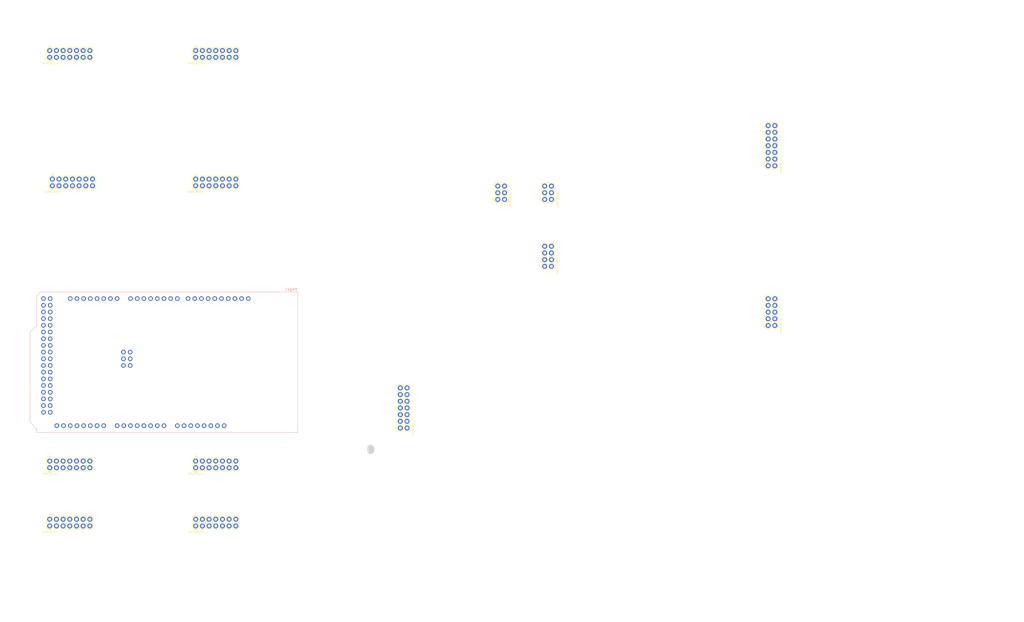
<source format=kicad_pcb>
(kicad_pcb (version 4) (host pcbnew 4.0.6)

  (general
    (links 0)
    (no_connects 0)
    (area 114.532649 80.639779 503.158557 316.865687)
    (thickness 1.6)
    (drawings 70)
    (tracks 0)
    (zones 0)
    (modules 15)
    (nets 92)
  )

  (page A2)
  (layers
    (0 F.Cu signal)
    (31 B.Cu signal)
    (32 B.Adhes user)
    (33 F.Adhes user)
    (34 B.Paste user)
    (35 F.Paste user)
    (36 B.SilkS user)
    (37 F.SilkS user)
    (38 B.Mask user)
    (39 F.Mask user)
    (40 Dwgs.User user)
    (41 Cmts.User user)
    (42 Eco1.User user)
    (43 Eco2.User user)
    (44 Edge.Cuts user)
    (45 Margin user)
    (46 B.CrtYd user)
    (47 F.CrtYd user)
    (48 B.Fab user)
    (49 F.Fab user)
  )

  (setup
    (last_trace_width 0.25)
    (trace_clearance 0.2)
    (zone_clearance 0.508)
    (zone_45_only no)
    (trace_min 0.2)
    (segment_width 0.2)
    (edge_width 0.005906)
    (via_size 0.6)
    (via_drill 0.4)
    (via_min_size 0.4)
    (via_min_drill 0.3)
    (uvia_size 0.3)
    (uvia_drill 0.1)
    (uvias_allowed no)
    (uvia_min_size 0.2)
    (uvia_min_drill 0.1)
    (pcb_text_width 0.3)
    (pcb_text_size 1.5 1.5)
    (mod_edge_width 0.15)
    (mod_text_size 1 1)
    (mod_text_width 0.15)
    (pad_size 1.8796 1.8796)
    (pad_drill 1.016)
    (pad_to_mask_clearance 0.2)
    (aux_axis_origin 0 0)
    (visible_elements 7FFFFFFF)
    (pcbplotparams
      (layerselection 0x00030_80000001)
      (usegerberextensions false)
      (excludeedgelayer true)
      (linewidth 0.100000)
      (plotframeref false)
      (viasonmask false)
      (mode 1)
      (useauxorigin false)
      (hpglpennumber 1)
      (hpglpenspeed 20)
      (hpglpendiameter 15)
      (hpglpenoverlay 2)
      (psnegative false)
      (psa4output false)
      (plotreference true)
      (plotvalue true)
      (plotinvisibletext false)
      (padsonsilk false)
      (subtractmaskfromsilk false)
      (outputformat 1)
      (mirror false)
      (drillshape 1)
      (scaleselection 1)
      (outputdirectory ""))
  )

  (net 0 "")
  (net 1 "Net-(XA1-PadRST2)")
  (net 2 "Net-(XA1-PadGND4)")
  (net 3 "Net-(XA1-PadMOSI)")
  (net 4 "Net-(XA1-PadSCK)")
  (net 5 "Net-(XA1-Pad5V2)")
  (net 6 "Net-(XA1-PadA0)")
  (net 7 "Net-(XA1-PadVIN)")
  (net 8 "Net-(XA1-PadGND3)")
  (net 9 "Net-(XA1-PadGND2)")
  (net 10 "Net-(XA1-Pad5V1)")
  (net 11 "Net-(XA1-Pad3V3)")
  (net 12 "Net-(XA1-PadRST1)")
  (net 13 "Net-(XA1-PadIORF)")
  (net 14 "Net-(XA1-PadD21)")
  (net 15 "Net-(XA1-PadD20)")
  (net 16 "Net-(XA1-PadD19)")
  (net 17 "Net-(XA1-PadD18)")
  (net 18 "Net-(XA1-PadD17)")
  (net 19 "Net-(XA1-PadD16)")
  (net 20 "Net-(XA1-PadD15)")
  (net 21 "Net-(XA1-PadD14)")
  (net 22 "Net-(XA1-PadD0)")
  (net 23 "Net-(XA1-PadD1)")
  (net 24 "Net-(XA1-PadD2)")
  (net 25 "Net-(XA1-PadD3)")
  (net 26 "Net-(XA1-PadD4)")
  (net 27 "Net-(XA1-PadD5)")
  (net 28 "Net-(XA1-PadD6)")
  (net 29 "Net-(XA1-PadD7)")
  (net 30 "Net-(XA1-PadGND1)")
  (net 31 "Net-(XA1-PadD8)")
  (net 32 "Net-(XA1-PadD9)")
  (net 33 "Net-(XA1-PadD10)")
  (net 34 "Net-(XA1-PadSCL)")
  (net 35 "Net-(XA1-PadSDA)")
  (net 36 "Net-(XA1-PadAREF)")
  (net 37 "Net-(XA1-PadD13)")
  (net 38 "Net-(XA1-PadD12)")
  (net 39 "Net-(XA1-PadD11)")
  (net 40 "Net-(XA1-PadA1)")
  (net 41 "Net-(XA1-PadA2)")
  (net 42 "Net-(XA1-PadA3)")
  (net 43 "Net-(XA1-PadA4)")
  (net 44 "Net-(XA1-PadA5)")
  (net 45 "Net-(XA1-PadA6)")
  (net 46 "Net-(XA1-PadA7)")
  (net 47 "Net-(XA1-PadA8)")
  (net 48 "Net-(XA1-PadA9)")
  (net 49 "Net-(XA1-PadA10)")
  (net 50 "Net-(XA1-PadA11)")
  (net 51 "Net-(XA1-PadA12)")
  (net 52 "Net-(XA1-PadA13)")
  (net 53 "Net-(XA1-PadA14)")
  (net 54 "Net-(XA1-PadA15)")
  (net 55 "Net-(XA1-Pad5V3)")
  (net 56 "Net-(XA1-Pad5V4)")
  (net 57 "Net-(XA1-PadD22)")
  (net 58 "Net-(XA1-PadD23)")
  (net 59 "Net-(XA1-PadD24)")
  (net 60 "Net-(XA1-PadD25)")
  (net 61 "Net-(XA1-PadD26)")
  (net 62 "Net-(XA1-PadD27)")
  (net 63 "Net-(XA1-PadD28)")
  (net 64 "Net-(XA1-PadD29)")
  (net 65 "Net-(XA1-PadD30)")
  (net 66 "Net-(XA1-PadD31)")
  (net 67 "Net-(XA1-PadD32)")
  (net 68 "Net-(XA1-PadD33)")
  (net 69 "Net-(XA1-PadD34)")
  (net 70 "Net-(XA1-PadD35)")
  (net 71 "Net-(XA1-PadD36)")
  (net 72 "Net-(XA1-PadD37)")
  (net 73 "Net-(XA1-PadD38)")
  (net 74 "Net-(XA1-PadD39)")
  (net 75 "Net-(XA1-PadD40)")
  (net 76 "Net-(XA1-PadD41)")
  (net 77 "Net-(XA1-PadD42)")
  (net 78 "Net-(XA1-PadD43)")
  (net 79 "Net-(XA1-PadD44)")
  (net 80 "Net-(XA1-PadD45)")
  (net 81 "Net-(XA1-PadD46)")
  (net 82 "Net-(XA1-PadD47)")
  (net 83 "Net-(XA1-PadD48)")
  (net 84 "Net-(XA1-PadD49)")
  (net 85 "Net-(XA1-PadD50)")
  (net 86 "Net-(XA1-PadD51)")
  (net 87 "Net-(XA1-PadD52)")
  (net 88 "Net-(XA1-PadD53)")
  (net 89 "Net-(XA1-PadGND5)")
  (net 90 "Net-(XA1-PadGND6)")
  (net 91 "Net-(XA1-PadMISO)")

  (net_class Default "This is the default net class."
    (clearance 0.2)
    (trace_width 0.25)
    (via_dia 0.6)
    (via_drill 0.4)
    (uvia_dia 0.3)
    (uvia_drill 0.1)
    (add_net "Net-(XA1-Pad3V3)")
    (add_net "Net-(XA1-Pad5V1)")
    (add_net "Net-(XA1-Pad5V2)")
    (add_net "Net-(XA1-Pad5V3)")
    (add_net "Net-(XA1-Pad5V4)")
    (add_net "Net-(XA1-PadA0)")
    (add_net "Net-(XA1-PadA1)")
    (add_net "Net-(XA1-PadA10)")
    (add_net "Net-(XA1-PadA11)")
    (add_net "Net-(XA1-PadA12)")
    (add_net "Net-(XA1-PadA13)")
    (add_net "Net-(XA1-PadA14)")
    (add_net "Net-(XA1-PadA15)")
    (add_net "Net-(XA1-PadA2)")
    (add_net "Net-(XA1-PadA3)")
    (add_net "Net-(XA1-PadA4)")
    (add_net "Net-(XA1-PadA5)")
    (add_net "Net-(XA1-PadA6)")
    (add_net "Net-(XA1-PadA7)")
    (add_net "Net-(XA1-PadA8)")
    (add_net "Net-(XA1-PadA9)")
    (add_net "Net-(XA1-PadAREF)")
    (add_net "Net-(XA1-PadD0)")
    (add_net "Net-(XA1-PadD1)")
    (add_net "Net-(XA1-PadD10)")
    (add_net "Net-(XA1-PadD11)")
    (add_net "Net-(XA1-PadD12)")
    (add_net "Net-(XA1-PadD13)")
    (add_net "Net-(XA1-PadD14)")
    (add_net "Net-(XA1-PadD15)")
    (add_net "Net-(XA1-PadD16)")
    (add_net "Net-(XA1-PadD17)")
    (add_net "Net-(XA1-PadD18)")
    (add_net "Net-(XA1-PadD19)")
    (add_net "Net-(XA1-PadD2)")
    (add_net "Net-(XA1-PadD20)")
    (add_net "Net-(XA1-PadD21)")
    (add_net "Net-(XA1-PadD22)")
    (add_net "Net-(XA1-PadD23)")
    (add_net "Net-(XA1-PadD24)")
    (add_net "Net-(XA1-PadD25)")
    (add_net "Net-(XA1-PadD26)")
    (add_net "Net-(XA1-PadD27)")
    (add_net "Net-(XA1-PadD28)")
    (add_net "Net-(XA1-PadD29)")
    (add_net "Net-(XA1-PadD3)")
    (add_net "Net-(XA1-PadD30)")
    (add_net "Net-(XA1-PadD31)")
    (add_net "Net-(XA1-PadD32)")
    (add_net "Net-(XA1-PadD33)")
    (add_net "Net-(XA1-PadD34)")
    (add_net "Net-(XA1-PadD35)")
    (add_net "Net-(XA1-PadD36)")
    (add_net "Net-(XA1-PadD37)")
    (add_net "Net-(XA1-PadD38)")
    (add_net "Net-(XA1-PadD39)")
    (add_net "Net-(XA1-PadD4)")
    (add_net "Net-(XA1-PadD40)")
    (add_net "Net-(XA1-PadD41)")
    (add_net "Net-(XA1-PadD42)")
    (add_net "Net-(XA1-PadD43)")
    (add_net "Net-(XA1-PadD44)")
    (add_net "Net-(XA1-PadD45)")
    (add_net "Net-(XA1-PadD46)")
    (add_net "Net-(XA1-PadD47)")
    (add_net "Net-(XA1-PadD48)")
    (add_net "Net-(XA1-PadD49)")
    (add_net "Net-(XA1-PadD5)")
    (add_net "Net-(XA1-PadD50)")
    (add_net "Net-(XA1-PadD51)")
    (add_net "Net-(XA1-PadD52)")
    (add_net "Net-(XA1-PadD53)")
    (add_net "Net-(XA1-PadD6)")
    (add_net "Net-(XA1-PadD7)")
    (add_net "Net-(XA1-PadD8)")
    (add_net "Net-(XA1-PadD9)")
    (add_net "Net-(XA1-PadGND1)")
    (add_net "Net-(XA1-PadGND2)")
    (add_net "Net-(XA1-PadGND3)")
    (add_net "Net-(XA1-PadGND4)")
    (add_net "Net-(XA1-PadGND5)")
    (add_net "Net-(XA1-PadGND6)")
    (add_net "Net-(XA1-PadIORF)")
    (add_net "Net-(XA1-PadMISO)")
    (add_net "Net-(XA1-PadMOSI)")
    (add_net "Net-(XA1-PadRST1)")
    (add_net "Net-(XA1-PadRST2)")
    (add_net "Net-(XA1-PadSCK)")
    (add_net "Net-(XA1-PadSCL)")
    (add_net "Net-(XA1-PadSDA)")
    (add_net "Net-(XA1-PadVIN)")
  )

  (module Conn_02x07:2X8 (layer F.Cu) (tedit 5E4A8E2C) (tstamp 5EC95AF9)
    (at 133.4 102.4)
    (descr "PLATED THROUGH HOLE - 2X8")
    (tags "PLATED THROUGH HOLE - 2X8")
    (attr virtual)
    (fp_text reference J1 (at 0 -4.318) (layer F.SilkS)
      (effects (font (size 0.6096 0.6096) (thickness 0.127)))
    )
    (fp_text value CONN_01X14 (at 0 2.286) (layer F.SilkS)
      (effects (font (size 0.6096 0.6096) (thickness 0.127)))
    )
    (fp_line (start 0.635 1.27) (end 1.27 0.635) (layer F.SilkS) (width 0.2032))
    (fp_line (start 1.27 0.635) (end 1.905 1.27) (layer F.SilkS) (width 0.2032))
    (fp_line (start 3.175 1.27) (end 3.81 0.635) (layer F.SilkS) (width 0.2032))
    (fp_line (start 3.81 0.635) (end 4.445 1.27) (layer F.SilkS) (width 0.2032))
    (fp_line (start 5.715 1.27) (end 6.35 0.635) (layer F.SilkS) (width 0.2032))
    (fp_line (start 6.35 0.635) (end 6.985 1.27) (layer F.SilkS) (width 0.2032))
    (fp_line (start 8.255 1.27) (end 8.89 0.635) (layer F.SilkS) (width 0.2032))
    (fp_line (start 8.89 0.635) (end 9.525 1.27) (layer F.SilkS) (width 0.2032))
    (fp_line (start 10.795 1.27) (end 11.43 0.635) (layer F.SilkS) (width 0.2032))
    (fp_line (start 11.43 0.635) (end 12.065 1.27) (layer F.SilkS) (width 0.2032))
    (fp_line (start 13.335 1.27) (end 13.97 0.635) (layer F.SilkS) (width 0.2032))
    (fp_line (start -0.635 -3.81) (end 0.635 -3.81) (layer F.SilkS) (width 0.2032))
    (fp_line (start 0.635 -3.81) (end 1.27 -3.175) (layer F.SilkS) (width 0.2032))
    (fp_line (start 1.27 -3.175) (end 1.905 -3.81) (layer F.SilkS) (width 0.2032))
    (fp_line (start 1.905 -3.81) (end 3.175 -3.81) (layer F.SilkS) (width 0.2032))
    (fp_line (start 3.175 -3.81) (end 3.81 -3.175) (layer F.SilkS) (width 0.2032))
    (fp_line (start 3.81 -3.175) (end 4.445 -3.81) (layer F.SilkS) (width 0.2032))
    (fp_line (start 4.445 -3.81) (end 5.715 -3.81) (layer F.SilkS) (width 0.2032))
    (fp_line (start 5.715 -3.81) (end 6.35 -3.175) (layer F.SilkS) (width 0.2032))
    (fp_line (start 6.35 -3.175) (end 6.985 -3.81) (layer F.SilkS) (width 0.2032))
    (fp_line (start 6.985 -3.81) (end 8.255 -3.81) (layer F.SilkS) (width 0.2032))
    (fp_line (start 8.255 -3.81) (end 8.89 -3.175) (layer F.SilkS) (width 0.2032))
    (fp_line (start 8.89 -3.175) (end 9.525 -3.81) (layer F.SilkS) (width 0.2032))
    (fp_line (start 9.525 -3.81) (end 10.795 -3.81) (layer F.SilkS) (width 0.2032))
    (fp_line (start 10.795 -3.81) (end 11.43 -3.175) (layer F.SilkS) (width 0.2032))
    (fp_line (start 11.43 -3.175) (end 12.065 -3.81) (layer F.SilkS) (width 0.2032))
    (fp_line (start 12.065 -3.81) (end 13.335 -3.81) (layer F.SilkS) (width 0.2032))
    (fp_line (start 13.335 -3.81) (end 13.97 -3.175) (layer F.SilkS) (width 0.2032))
    (fp_line (start 13.97 -3.175) (end 14.605 -3.81) (layer F.SilkS) (width 0.2032))
    (fp_line (start 14.605 -3.81) (end 15.875 -3.81) (layer F.SilkS) (width 0.2032))
    (fp_line (start 15.875 -3.81) (end 16.51 -3.175) (layer F.SilkS) (width 0.2032))
    (fp_line (start 16.51 0.635) (end 15.875 1.27) (layer F.SilkS) (width 0.2032))
    (fp_line (start 13.97 0.635) (end 14.605 1.27) (layer F.SilkS) (width 0.2032))
    (fp_line (start 1.27 -3.175) (end 1.27 0.635) (layer F.SilkS) (width 0.2032))
    (fp_line (start 3.81 -3.175) (end 3.81 0.635) (layer F.SilkS) (width 0.2032))
    (fp_line (start 6.35 -3.175) (end 6.35 0.635) (layer F.SilkS) (width 0.2032))
    (fp_line (start 8.89 -3.175) (end 8.89 0.635) (layer F.SilkS) (width 0.2032))
    (fp_line (start 11.43 -3.175) (end 11.43 0.635) (layer F.SilkS) (width 0.2032))
    (fp_line (start 13.97 -3.175) (end 13.97 0.635) (layer F.SilkS) (width 0.2032))
    (fp_line (start 16.51 -3.175) (end 16.51 0.635) (layer F.SilkS) (width 0.2032))
    (fp_line (start 14.605 1.27) (end 15.875 1.27) (layer F.SilkS) (width 0.2032))
    (fp_line (start 12.065 1.27) (end 13.335 1.27) (layer F.SilkS) (width 0.2032))
    (fp_line (start 9.525 1.27) (end 10.795 1.27) (layer F.SilkS) (width 0.2032))
    (fp_line (start 6.985 1.27) (end 8.255 1.27) (layer F.SilkS) (width 0.2032))
    (fp_line (start 4.445 1.27) (end 5.715 1.27) (layer F.SilkS) (width 0.2032))
    (fp_line (start 1.905 1.27) (end 3.175 1.27) (layer F.SilkS) (width 0.2032))
    (fp_line (start -0.635 1.27) (end 0.635 1.27) (layer F.SilkS) (width 0.2032))
    (fp_line (start -1.27 0.635) (end -0.635 1.27) (layer F.SilkS) (width 0.2032))
    (fp_line (start -1.27 0.635) (end -1.27 -3.175) (layer F.SilkS) (width 0.2032))
    (fp_line (start -1.27 -3.175) (end -0.635 -3.81) (layer F.SilkS) (width 0.2032))
    (fp_line (start -0.762 1.651) (end 0.635 1.651) (layer F.SilkS) (width 0.2032))
    (fp_line (start 0.635 1.651) (end -0.762 1.651) (layer F.SilkS) (width 0.2032))
    (pad 1 thru_hole circle (at 0 0) (size 1.8796 1.8796) (drill 1.016) (layers *.Cu *.Mask)
      (solder_mask_margin 0.1016))
    (pad 2 thru_hole circle (at 0 -2.54) (size 1.8796 1.8796) (drill 1.016) (layers *.Cu *.Mask)
      (solder_mask_margin 0.1016))
    (pad 3 thru_hole circle (at 2.54 0) (size 1.8796 1.8796) (drill 1.016) (layers *.Cu *.Mask)
      (solder_mask_margin 0.1016))
    (pad 4 thru_hole circle (at 2.54 -2.54) (size 1.8796 1.8796) (drill 1.016) (layers *.Cu *.Mask)
      (solder_mask_margin 0.1016))
    (pad 5 thru_hole circle (at 5.08 0) (size 1.8796 1.8796) (drill 1.016) (layers *.Cu *.Mask)
      (solder_mask_margin 0.1016))
    (pad 6 thru_hole circle (at 5.08 -2.54) (size 1.8796 1.8796) (drill 1.016) (layers *.Cu *.Mask)
      (solder_mask_margin 0.1016))
    (pad 7 thru_hole circle (at 7.62 0) (size 1.8796 1.8796) (drill 1.016) (layers *.Cu *.Mask)
      (solder_mask_margin 0.1016))
    (pad 8 thru_hole circle (at 7.62 -2.54) (size 1.8796 1.8796) (drill 1.016) (layers *.Cu *.Mask)
      (solder_mask_margin 0.1016))
    (pad 9 thru_hole circle (at 10.16 0) (size 1.8796 1.8796) (drill 1.016) (layers *.Cu *.Mask)
      (solder_mask_margin 0.1016))
    (pad 10 thru_hole circle (at 10.16 -2.54) (size 1.8796 1.8796) (drill 1.016) (layers *.Cu *.Mask)
      (solder_mask_margin 0.1016))
    (pad 11 thru_hole circle (at 12.7 0) (size 1.8796 1.8796) (drill 1.016) (layers *.Cu *.Mask)
      (solder_mask_margin 0.1016))
    (pad 12 thru_hole circle (at 12.7 -2.54) (size 1.8796 1.8796) (drill 1.016) (layers *.Cu *.Mask)
      (solder_mask_margin 0.1016))
    (pad 13 thru_hole circle (at 15.24 0) (size 1.8796 1.8796) (drill 1.016) (layers *.Cu *.Mask)
      (solder_mask_margin 0.1016))
    (pad 14 thru_hole circle (at 15.24 -2.54) (size 1.8796 1.8796) (drill 1.016) (layers *.Cu *.Mask)
      (solder_mask_margin 0.1016))
  )

  (module Conn_02x07:2X8 (layer F.Cu) (tedit 5E4A8E3B) (tstamp 5EC95AB4)
    (at 188.8 102.4)
    (descr "PLATED THROUGH HOLE - 2X8")
    (tags "PLATED THROUGH HOLE - 2X8")
    (attr virtual)
    (fp_text reference J2 (at 0 -4.318) (layer F.SilkS)
      (effects (font (size 0.6096 0.6096) (thickness 0.127)))
    )
    (fp_text value CONN_01X14 (at 0 2.286) (layer F.SilkS)
      (effects (font (size 0.6096 0.6096) (thickness 0.127)))
    )
    (fp_line (start 0.635 1.27) (end 1.27 0.635) (layer F.SilkS) (width 0.2032))
    (fp_line (start 1.27 0.635) (end 1.905 1.27) (layer F.SilkS) (width 0.2032))
    (fp_line (start 3.175 1.27) (end 3.81 0.635) (layer F.SilkS) (width 0.2032))
    (fp_line (start 3.81 0.635) (end 4.445 1.27) (layer F.SilkS) (width 0.2032))
    (fp_line (start 5.715 1.27) (end 6.35 0.635) (layer F.SilkS) (width 0.2032))
    (fp_line (start 6.35 0.635) (end 6.985 1.27) (layer F.SilkS) (width 0.2032))
    (fp_line (start 8.255 1.27) (end 8.89 0.635) (layer F.SilkS) (width 0.2032))
    (fp_line (start 8.89 0.635) (end 9.525 1.27) (layer F.SilkS) (width 0.2032))
    (fp_line (start 10.795 1.27) (end 11.43 0.635) (layer F.SilkS) (width 0.2032))
    (fp_line (start 11.43 0.635) (end 12.065 1.27) (layer F.SilkS) (width 0.2032))
    (fp_line (start 13.335 1.27) (end 13.97 0.635) (layer F.SilkS) (width 0.2032))
    (fp_line (start -0.635 -3.81) (end 0.635 -3.81) (layer F.SilkS) (width 0.2032))
    (fp_line (start 0.635 -3.81) (end 1.27 -3.175) (layer F.SilkS) (width 0.2032))
    (fp_line (start 1.27 -3.175) (end 1.905 -3.81) (layer F.SilkS) (width 0.2032))
    (fp_line (start 1.905 -3.81) (end 3.175 -3.81) (layer F.SilkS) (width 0.2032))
    (fp_line (start 3.175 -3.81) (end 3.81 -3.175) (layer F.SilkS) (width 0.2032))
    (fp_line (start 3.81 -3.175) (end 4.445 -3.81) (layer F.SilkS) (width 0.2032))
    (fp_line (start 4.445 -3.81) (end 5.715 -3.81) (layer F.SilkS) (width 0.2032))
    (fp_line (start 5.715 -3.81) (end 6.35 -3.175) (layer F.SilkS) (width 0.2032))
    (fp_line (start 6.35 -3.175) (end 6.985 -3.81) (layer F.SilkS) (width 0.2032))
    (fp_line (start 6.985 -3.81) (end 8.255 -3.81) (layer F.SilkS) (width 0.2032))
    (fp_line (start 8.255 -3.81) (end 8.89 -3.175) (layer F.SilkS) (width 0.2032))
    (fp_line (start 8.89 -3.175) (end 9.525 -3.81) (layer F.SilkS) (width 0.2032))
    (fp_line (start 9.525 -3.81) (end 10.795 -3.81) (layer F.SilkS) (width 0.2032))
    (fp_line (start 10.795 -3.81) (end 11.43 -3.175) (layer F.SilkS) (width 0.2032))
    (fp_line (start 11.43 -3.175) (end 12.065 -3.81) (layer F.SilkS) (width 0.2032))
    (fp_line (start 12.065 -3.81) (end 13.335 -3.81) (layer F.SilkS) (width 0.2032))
    (fp_line (start 13.335 -3.81) (end 13.97 -3.175) (layer F.SilkS) (width 0.2032))
    (fp_line (start 13.97 -3.175) (end 14.605 -3.81) (layer F.SilkS) (width 0.2032))
    (fp_line (start 14.605 -3.81) (end 15.875 -3.81) (layer F.SilkS) (width 0.2032))
    (fp_line (start 15.875 -3.81) (end 16.51 -3.175) (layer F.SilkS) (width 0.2032))
    (fp_line (start 16.51 0.635) (end 15.875 1.27) (layer F.SilkS) (width 0.2032))
    (fp_line (start 13.97 0.635) (end 14.605 1.27) (layer F.SilkS) (width 0.2032))
    (fp_line (start 1.27 -3.175) (end 1.27 0.635) (layer F.SilkS) (width 0.2032))
    (fp_line (start 3.81 -3.175) (end 3.81 0.635) (layer F.SilkS) (width 0.2032))
    (fp_line (start 6.35 -3.175) (end 6.35 0.635) (layer F.SilkS) (width 0.2032))
    (fp_line (start 8.89 -3.175) (end 8.89 0.635) (layer F.SilkS) (width 0.2032))
    (fp_line (start 11.43 -3.175) (end 11.43 0.635) (layer F.SilkS) (width 0.2032))
    (fp_line (start 13.97 -3.175) (end 13.97 0.635) (layer F.SilkS) (width 0.2032))
    (fp_line (start 16.51 -3.175) (end 16.51 0.635) (layer F.SilkS) (width 0.2032))
    (fp_line (start 14.605 1.27) (end 15.875 1.27) (layer F.SilkS) (width 0.2032))
    (fp_line (start 12.065 1.27) (end 13.335 1.27) (layer F.SilkS) (width 0.2032))
    (fp_line (start 9.525 1.27) (end 10.795 1.27) (layer F.SilkS) (width 0.2032))
    (fp_line (start 6.985 1.27) (end 8.255 1.27) (layer F.SilkS) (width 0.2032))
    (fp_line (start 4.445 1.27) (end 5.715 1.27) (layer F.SilkS) (width 0.2032))
    (fp_line (start 1.905 1.27) (end 3.175 1.27) (layer F.SilkS) (width 0.2032))
    (fp_line (start -0.635 1.27) (end 0.635 1.27) (layer F.SilkS) (width 0.2032))
    (fp_line (start -1.27 0.635) (end -0.635 1.27) (layer F.SilkS) (width 0.2032))
    (fp_line (start -1.27 0.635) (end -1.27 -3.175) (layer F.SilkS) (width 0.2032))
    (fp_line (start -1.27 -3.175) (end -0.635 -3.81) (layer F.SilkS) (width 0.2032))
    (fp_line (start -0.762 1.651) (end 0.635 1.651) (layer F.SilkS) (width 0.2032))
    (fp_line (start 0.635 1.651) (end -0.762 1.651) (layer F.SilkS) (width 0.2032))
    (pad 1 thru_hole circle (at 0 0) (size 1.8796 1.8796) (drill 1.016) (layers *.Cu *.Mask)
      (solder_mask_margin 0.1016))
    (pad 2 thru_hole circle (at 0 -2.54) (size 1.8796 1.8796) (drill 1.016) (layers *.Cu *.Mask)
      (solder_mask_margin 0.1016))
    (pad 3 thru_hole circle (at 2.54 0) (size 1.8796 1.8796) (drill 1.016) (layers *.Cu *.Mask)
      (solder_mask_margin 0.1016))
    (pad 4 thru_hole circle (at 2.54 -2.54) (size 1.8796 1.8796) (drill 1.016) (layers *.Cu *.Mask)
      (solder_mask_margin 0.1016))
    (pad 5 thru_hole circle (at 5.08 0) (size 1.8796 1.8796) (drill 1.016) (layers *.Cu *.Mask)
      (solder_mask_margin 0.1016))
    (pad 6 thru_hole circle (at 5.08 -2.54) (size 1.8796 1.8796) (drill 1.016) (layers *.Cu *.Mask)
      (solder_mask_margin 0.1016))
    (pad 7 thru_hole circle (at 7.62 0) (size 1.8796 1.8796) (drill 1.016) (layers *.Cu *.Mask)
      (solder_mask_margin 0.1016))
    (pad 8 thru_hole circle (at 7.62 -2.54) (size 1.8796 1.8796) (drill 1.016) (layers *.Cu *.Mask)
      (solder_mask_margin 0.1016))
    (pad 9 thru_hole circle (at 10.16 0) (size 1.8796 1.8796) (drill 1.016) (layers *.Cu *.Mask)
      (solder_mask_margin 0.1016))
    (pad 10 thru_hole circle (at 10.16 -2.54) (size 1.8796 1.8796) (drill 1.016) (layers *.Cu *.Mask)
      (solder_mask_margin 0.1016))
    (pad 11 thru_hole circle (at 12.7 0) (size 1.8796 1.8796) (drill 1.016) (layers *.Cu *.Mask)
      (solder_mask_margin 0.1016))
    (pad 12 thru_hole circle (at 12.7 -2.54) (size 1.8796 1.8796) (drill 1.016) (layers *.Cu *.Mask)
      (solder_mask_margin 0.1016))
    (pad 13 thru_hole circle (at 15.24 0) (size 1.8796 1.8796) (drill 1.016) (layers *.Cu *.Mask)
      (solder_mask_margin 0.1016))
    (pad 14 thru_hole circle (at 15.24 -2.54) (size 1.8796 1.8796) (drill 1.016) (layers *.Cu *.Mask)
      (solder_mask_margin 0.1016))
  )

  (module Conn_02x07:2X8 (layer F.Cu) (tedit 5CA37029) (tstamp 5EB68071)
    (at 188.8 151.2)
    (descr "PLATED THROUGH HOLE - 2X8")
    (tags "PLATED THROUGH HOLE - 2X8")
    (attr virtual)
    (fp_text reference J4 (at 0 -4.318) (layer F.SilkS)
      (effects (font (size 0.6096 0.6096) (thickness 0.127)))
    )
    (fp_text value CONN_01X14 (at 0 2.286) (layer F.SilkS)
      (effects (font (size 0.6096 0.6096) (thickness 0.127)))
    )
    (fp_line (start 0.635 1.27) (end 1.27 0.635) (layer F.SilkS) (width 0.2032))
    (fp_line (start 1.27 0.635) (end 1.905 1.27) (layer F.SilkS) (width 0.2032))
    (fp_line (start 3.175 1.27) (end 3.81 0.635) (layer F.SilkS) (width 0.2032))
    (fp_line (start 3.81 0.635) (end 4.445 1.27) (layer F.SilkS) (width 0.2032))
    (fp_line (start 5.715 1.27) (end 6.35 0.635) (layer F.SilkS) (width 0.2032))
    (fp_line (start 6.35 0.635) (end 6.985 1.27) (layer F.SilkS) (width 0.2032))
    (fp_line (start 8.255 1.27) (end 8.89 0.635) (layer F.SilkS) (width 0.2032))
    (fp_line (start 8.89 0.635) (end 9.525 1.27) (layer F.SilkS) (width 0.2032))
    (fp_line (start 10.795 1.27) (end 11.43 0.635) (layer F.SilkS) (width 0.2032))
    (fp_line (start 11.43 0.635) (end 12.065 1.27) (layer F.SilkS) (width 0.2032))
    (fp_line (start 13.335 1.27) (end 13.97 0.635) (layer F.SilkS) (width 0.2032))
    (fp_line (start -0.635 -3.81) (end 0.635 -3.81) (layer F.SilkS) (width 0.2032))
    (fp_line (start 0.635 -3.81) (end 1.27 -3.175) (layer F.SilkS) (width 0.2032))
    (fp_line (start 1.27 -3.175) (end 1.905 -3.81) (layer F.SilkS) (width 0.2032))
    (fp_line (start 1.905 -3.81) (end 3.175 -3.81) (layer F.SilkS) (width 0.2032))
    (fp_line (start 3.175 -3.81) (end 3.81 -3.175) (layer F.SilkS) (width 0.2032))
    (fp_line (start 3.81 -3.175) (end 4.445 -3.81) (layer F.SilkS) (width 0.2032))
    (fp_line (start 4.445 -3.81) (end 5.715 -3.81) (layer F.SilkS) (width 0.2032))
    (fp_line (start 5.715 -3.81) (end 6.35 -3.175) (layer F.SilkS) (width 0.2032))
    (fp_line (start 6.35 -3.175) (end 6.985 -3.81) (layer F.SilkS) (width 0.2032))
    (fp_line (start 6.985 -3.81) (end 8.255 -3.81) (layer F.SilkS) (width 0.2032))
    (fp_line (start 8.255 -3.81) (end 8.89 -3.175) (layer F.SilkS) (width 0.2032))
    (fp_line (start 8.89 -3.175) (end 9.525 -3.81) (layer F.SilkS) (width 0.2032))
    (fp_line (start 9.525 -3.81) (end 10.795 -3.81) (layer F.SilkS) (width 0.2032))
    (fp_line (start 10.795 -3.81) (end 11.43 -3.175) (layer F.SilkS) (width 0.2032))
    (fp_line (start 11.43 -3.175) (end 12.065 -3.81) (layer F.SilkS) (width 0.2032))
    (fp_line (start 12.065 -3.81) (end 13.335 -3.81) (layer F.SilkS) (width 0.2032))
    (fp_line (start 13.335 -3.81) (end 13.97 -3.175) (layer F.SilkS) (width 0.2032))
    (fp_line (start 13.97 -3.175) (end 14.605 -3.81) (layer F.SilkS) (width 0.2032))
    (fp_line (start 14.605 -3.81) (end 15.875 -3.81) (layer F.SilkS) (width 0.2032))
    (fp_line (start 15.875 -3.81) (end 16.51 -3.175) (layer F.SilkS) (width 0.2032))
    (fp_line (start 16.51 0.635) (end 15.875 1.27) (layer F.SilkS) (width 0.2032))
    (fp_line (start 13.97 0.635) (end 14.605 1.27) (layer F.SilkS) (width 0.2032))
    (fp_line (start 1.27 -3.175) (end 1.27 0.635) (layer F.SilkS) (width 0.2032))
    (fp_line (start 3.81 -3.175) (end 3.81 0.635) (layer F.SilkS) (width 0.2032))
    (fp_line (start 6.35 -3.175) (end 6.35 0.635) (layer F.SilkS) (width 0.2032))
    (fp_line (start 8.89 -3.175) (end 8.89 0.635) (layer F.SilkS) (width 0.2032))
    (fp_line (start 11.43 -3.175) (end 11.43 0.635) (layer F.SilkS) (width 0.2032))
    (fp_line (start 13.97 -3.175) (end 13.97 0.635) (layer F.SilkS) (width 0.2032))
    (fp_line (start 16.51 -3.175) (end 16.51 0.635) (layer F.SilkS) (width 0.2032))
    (fp_line (start 14.605 1.27) (end 15.875 1.27) (layer F.SilkS) (width 0.2032))
    (fp_line (start 12.065 1.27) (end 13.335 1.27) (layer F.SilkS) (width 0.2032))
    (fp_line (start 9.525 1.27) (end 10.795 1.27) (layer F.SilkS) (width 0.2032))
    (fp_line (start 6.985 1.27) (end 8.255 1.27) (layer F.SilkS) (width 0.2032))
    (fp_line (start 4.445 1.27) (end 5.715 1.27) (layer F.SilkS) (width 0.2032))
    (fp_line (start 1.905 1.27) (end 3.175 1.27) (layer F.SilkS) (width 0.2032))
    (fp_line (start -0.635 1.27) (end 0.635 1.27) (layer F.SilkS) (width 0.2032))
    (fp_line (start -1.27 0.635) (end -0.635 1.27) (layer F.SilkS) (width 0.2032))
    (fp_line (start -1.27 0.635) (end -1.27 -3.175) (layer F.SilkS) (width 0.2032))
    (fp_line (start -1.27 -3.175) (end -0.635 -3.81) (layer F.SilkS) (width 0.2032))
    (fp_line (start -0.762 1.651) (end 0.635 1.651) (layer F.SilkS) (width 0.2032))
    (fp_line (start 0.635 1.651) (end -0.762 1.651) (layer F.SilkS) (width 0.2032))
    (pad 1 thru_hole circle (at 0 0) (size 1.8796 1.8796) (drill 1.016) (layers *.Cu *.Mask)
      (solder_mask_margin 0.1016))
    (pad 2 thru_hole circle (at 0 -2.54) (size 1.8796 1.8796) (drill 1.016) (layers *.Cu *.Mask)
      (solder_mask_margin 0.1016))
    (pad 3 thru_hole circle (at 2.54 0) (size 1.8796 1.8796) (drill 1.016) (layers *.Cu *.Mask)
      (solder_mask_margin 0.1016))
    (pad 4 thru_hole circle (at 2.54 -2.54) (size 1.8796 1.8796) (drill 1.016) (layers *.Cu *.Mask)
      (solder_mask_margin 0.1016))
    (pad 5 thru_hole circle (at 5.08 0) (size 1.8796 1.8796) (drill 1.016) (layers *.Cu *.Mask)
      (solder_mask_margin 0.1016))
    (pad 6 thru_hole circle (at 5.08 -2.54) (size 1.8796 1.8796) (drill 1.016) (layers *.Cu *.Mask)
      (solder_mask_margin 0.1016))
    (pad 7 thru_hole circle (at 7.62 0) (size 1.8796 1.8796) (drill 1.016) (layers *.Cu *.Mask)
      (solder_mask_margin 0.1016))
    (pad 8 thru_hole circle (at 7.62 -2.54) (size 1.8796 1.8796) (drill 1.016) (layers *.Cu *.Mask)
      (solder_mask_margin 0.1016))
    (pad 9 thru_hole circle (at 10.16 0) (size 1.8796 1.8796) (drill 1.016) (layers *.Cu *.Mask)
      (solder_mask_margin 0.1016))
    (pad 10 thru_hole circle (at 10.16 -2.54) (size 1.8796 1.8796) (drill 1.016) (layers *.Cu *.Mask)
      (solder_mask_margin 0.1016))
    (pad 11 thru_hole circle (at 12.7 0) (size 1.8796 1.8796) (drill 1.016) (layers *.Cu *.Mask)
      (solder_mask_margin 0.1016))
    (pad 12 thru_hole circle (at 12.7 -2.54) (size 1.8796 1.8796) (drill 1.016) (layers *.Cu *.Mask)
      (solder_mask_margin 0.1016))
    (pad 13 thru_hole circle (at 15.24 0) (size 1.8796 1.8796) (drill 1.016) (layers *.Cu *.Mask)
      (solder_mask_margin 0.1016))
    (pad 14 thru_hole circle (at 15.24 -2.54) (size 1.8796 1.8796) (drill 1.016) (layers *.Cu *.Mask)
      (solder_mask_margin 0.1016))
  )

  (module Arduino:Arduino_Mega2560_Shield (layer B.Cu) (tedit 5E4AA38A) (tstamp 5E14C719)
    (at 227.5586 244.856 180)
    (descr https://store.arduino.cc/arduino-mega-2560-rev3)
    (path /5E14C575)
    (fp_text reference Mega1 (at 2.54 54.356 180) (layer B.SilkS)
      (effects (font (size 1 1) (thickness 0.15)) (justify mirror))
    )
    (fp_text value U1 (at 15.494 54.356 180) (layer B.Fab)
      (effects (font (size 1 1) (thickness 0.15)) (justify mirror))
    )
    (fp_line (start 9.525 32.385) (end -6.35 32.385) (layer F.CrtYd) (width 0.15))
    (fp_line (start 9.525 43.815) (end -6.35 43.815) (layer F.CrtYd) (width 0.15))
    (fp_line (start 9.525 43.815) (end 9.525 32.385) (layer F.CrtYd) (width 0.15))
    (fp_line (start -6.35 43.815) (end -6.35 32.385) (layer F.CrtYd) (width 0.15))
    (fp_text user . (at 62.484 32.004 180) (layer B.SilkS)
      (effects (font (size 1 1) (thickness 0.15)) (justify mirror))
    )
    (fp_line (start 11.43 12.065) (end 11.43 3.175) (layer F.CrtYd) (width 0.15))
    (fp_line (start -1.905 3.175) (end 11.43 3.175) (layer F.CrtYd) (width 0.15))
    (fp_line (start -1.905 12.065) (end -1.905 3.175) (layer F.CrtYd) (width 0.15))
    (fp_line (start -1.905 12.065) (end 11.43 12.065) (layer F.CrtYd) (width 0.15))
    (fp_line (start 0 53.34) (end 0 0) (layer B.SilkS) (width 0.15))
    (fp_line (start 99.06 40.64) (end 99.06 51.816) (layer B.SilkS) (width 0.15))
    (fp_line (start 101.6 38.1) (end 99.06 40.64) (layer B.SilkS) (width 0.15))
    (fp_line (start 101.6 3.81) (end 101.6 38.1) (layer B.SilkS) (width 0.15))
    (fp_line (start 99.06 1.27) (end 101.6 3.81) (layer B.SilkS) (width 0.15))
    (fp_line (start 99.06 0) (end 99.06 1.27) (layer B.SilkS) (width 0.15))
    (fp_line (start 97.536 53.34) (end 99.06 51.816) (layer B.SilkS) (width 0.15))
    (fp_line (start 0 0) (end 99.06 0) (layer B.SilkS) (width 0.15))
    (fp_line (start 0 53.34) (end 97.536 53.34) (layer B.SilkS) (width 0.15))
    (pad RST2 thru_hole oval (at 63.627 25.4 180) (size 1.7272 1.7272) (drill 1.016) (layers *.Cu *.Mask)
      (net 1 "Net-(XA1-PadRST2)"))
    (pad GND4 thru_hole oval (at 66.167 25.4 180) (size 1.7272 1.7272) (drill 1.016) (layers *.Cu *.Mask)
      (net 2 "Net-(XA1-PadGND4)"))
    (pad MOSI thru_hole oval (at 66.167 27.94 180) (size 1.7272 1.7272) (drill 1.016) (layers *.Cu *.Mask)
      (net 3 "Net-(XA1-PadMOSI)"))
    (pad SCK thru_hole oval (at 63.627 27.94 180) (size 1.7272 1.7272) (drill 1.016) (layers *.Cu *.Mask)
      (net 4 "Net-(XA1-PadSCK)"))
    (pad 5V2 thru_hole oval (at 66.167 30.48 180) (size 1.7272 1.7272) (drill 1.016) (layers *.Cu *.Mask)
      (net 5 "Net-(XA1-Pad5V2)"))
    (pad A0 thru_hole oval (at 50.8 2.54 180) (size 1.7272 1.7272) (drill 1.016) (layers *.Cu *.Mask)
      (net 6 "Net-(XA1-PadA0)"))
    (pad VIN thru_hole oval (at 45.72 2.54 180) (size 1.7272 1.7272) (drill 1.016) (layers *.Cu *.Mask)
      (net 7 "Net-(XA1-PadVIN)"))
    (pad GND3 thru_hole oval (at 43.18 2.54 180) (size 1.7272 1.7272) (drill 1.016) (layers *.Cu *.Mask)
      (net 8 "Net-(XA1-PadGND3)"))
    (pad GND2 thru_hole oval (at 40.64 2.54 180) (size 1.7272 1.7272) (drill 1.016) (layers *.Cu *.Mask)
      (net 9 "Net-(XA1-PadGND2)"))
    (pad 5V1 thru_hole oval (at 38.1 2.54 180) (size 1.7272 1.7272) (drill 1.016) (layers *.Cu *.Mask)
      (net 10 "Net-(XA1-Pad5V1)"))
    (pad 3V3 thru_hole oval (at 35.56 2.54 180) (size 1.7272 1.7272) (drill 1.016) (layers *.Cu *.Mask)
      (net 11 "Net-(XA1-Pad3V3)"))
    (pad RST1 thru_hole oval (at 33.02 2.54 180) (size 1.7272 1.7272) (drill 1.016) (layers *.Cu *.Mask)
      (net 12 "Net-(XA1-PadRST1)"))
    (pad IORF thru_hole oval (at 30.48 2.54 180) (size 1.7272 1.7272) (drill 1.016) (layers *.Cu *.Mask)
      (net 13 "Net-(XA1-PadIORF)"))
    (pad D21 thru_hole oval (at 86.36 50.8 180) (size 1.7272 1.7272) (drill 1.016) (layers *.Cu *.Mask)
      (net 14 "Net-(XA1-PadD21)"))
    (pad D20 thru_hole oval (at 83.82 50.8 180) (size 1.7272 1.7272) (drill 1.016) (layers *.Cu *.Mask)
      (net 15 "Net-(XA1-PadD20)"))
    (pad D19 thru_hole oval (at 81.28 50.8 180) (size 1.7272 1.7272) (drill 1.016) (layers *.Cu *.Mask)
      (net 16 "Net-(XA1-PadD19)"))
    (pad D18 thru_hole oval (at 78.74 50.8 180) (size 1.7272 1.7272) (drill 1.016) (layers *.Cu *.Mask)
      (net 17 "Net-(XA1-PadD18)"))
    (pad D17 thru_hole oval (at 76.2 50.8 180) (size 1.7272 1.7272) (drill 1.016) (layers *.Cu *.Mask)
      (net 18 "Net-(XA1-PadD17)"))
    (pad D16 thru_hole oval (at 73.66 50.8 180) (size 1.7272 1.7272) (drill 1.016) (layers *.Cu *.Mask)
      (net 19 "Net-(XA1-PadD16)"))
    (pad D15 thru_hole oval (at 71.12 50.8 180) (size 1.7272 1.7272) (drill 1.016) (layers *.Cu *.Mask)
      (net 20 "Net-(XA1-PadD15)"))
    (pad D14 thru_hole oval (at 68.58 50.8 180) (size 1.7272 1.7272) (drill 1.016) (layers *.Cu *.Mask)
      (net 21 "Net-(XA1-PadD14)"))
    (pad D0 thru_hole oval (at 63.5 50.8 180) (size 1.7272 1.7272) (drill 1.016) (layers *.Cu *.Mask)
      (net 22 "Net-(XA1-PadD0)"))
    (pad D1 thru_hole oval (at 60.96 50.8 180) (size 1.7272 1.7272) (drill 1.016) (layers *.Cu *.Mask)
      (net 23 "Net-(XA1-PadD1)"))
    (pad D2 thru_hole oval (at 58.42 50.8 180) (size 1.7272 1.7272) (drill 1.016) (layers *.Cu *.Mask)
      (net 24 "Net-(XA1-PadD2)"))
    (pad D3 thru_hole oval (at 55.88 50.8 180) (size 1.7272 1.7272) (drill 1.016) (layers *.Cu *.Mask)
      (net 25 "Net-(XA1-PadD3)"))
    (pad D4 thru_hole oval (at 53.34 50.8 180) (size 1.7272 1.7272) (drill 1.016) (layers *.Cu *.Mask)
      (net 26 "Net-(XA1-PadD4)"))
    (pad D5 thru_hole oval (at 50.8 50.8 180) (size 1.7272 1.7272) (drill 1.016) (layers *.Cu *.Mask)
      (net 27 "Net-(XA1-PadD5)"))
    (pad D6 thru_hole oval (at 48.26 50.8 180) (size 1.7272 1.7272) (drill 1.016) (layers *.Cu *.Mask)
      (net 28 "Net-(XA1-PadD6)"))
    (pad D7 thru_hole oval (at 45.72 50.8 180) (size 1.7272 1.7272) (drill 1.016) (layers *.Cu *.Mask)
      (net 29 "Net-(XA1-PadD7)"))
    (pad GND1 thru_hole oval (at 26.416 50.8 180) (size 1.7272 1.7272) (drill 1.016) (layers *.Cu *.Mask)
      (net 30 "Net-(XA1-PadGND1)"))
    (pad D8 thru_hole oval (at 41.656 50.8 180) (size 1.7272 1.7272) (drill 1.016) (layers *.Cu *.Mask)
      (net 31 "Net-(XA1-PadD8)"))
    (pad D9 thru_hole oval (at 39.116 50.8 180) (size 1.7272 1.7272) (drill 1.016) (layers *.Cu *.Mask)
      (net 32 "Net-(XA1-PadD9)"))
    (pad D10 thru_hole oval (at 36.576 50.8 180) (size 1.7272 1.7272) (drill 1.016) (layers *.Cu *.Mask)
      (net 33 "Net-(XA1-PadD10)"))
    (pad "" np_thru_hole circle (at 66.04 7.62 180) (size 3.2 3.2) (drill 3.2) (layers *.Cu *.Mask))
    (pad "" np_thru_hole circle (at 66.04 35.56 180) (size 3.2 3.2) (drill 3.2) (layers *.Cu *.Mask))
    (pad "" np_thru_hole circle (at 90.17 50.8 180) (size 3.2 3.2) (drill 3.2) (layers *.Cu *.Mask))
    (pad "" np_thru_hole circle (at 15.24 50.8 180) (size 3.2 3.2) (drill 3.2) (layers *.Cu *.Mask))
    (pad "" np_thru_hole circle (at 96.52 2.54 180) (size 3.2 3.2) (drill 3.2) (layers *.Cu *.Mask))
    (pad "" np_thru_hole circle (at 13.97 2.54 180) (size 3.2 3.2) (drill 3.2) (layers *.Cu *.Mask))
    (pad SCL thru_hole oval (at 18.796 50.8 180) (size 1.7272 1.7272) (drill 1.016) (layers *.Cu *.Mask)
      (net 34 "Net-(XA1-PadSCL)"))
    (pad SDA thru_hole oval (at 21.336 50.8 180) (size 1.7272 1.7272) (drill 1.016) (layers *.Cu *.Mask)
      (net 35 "Net-(XA1-PadSDA)"))
    (pad AREF thru_hole oval (at 23.876 50.8 180) (size 1.7272 1.7272) (drill 1.016) (layers *.Cu *.Mask)
      (net 36 "Net-(XA1-PadAREF)"))
    (pad D13 thru_hole oval (at 28.956 50.8 180) (size 1.7272 1.7272) (drill 1.016) (layers *.Cu *.Mask)
      (net 37 "Net-(XA1-PadD13)"))
    (pad D12 thru_hole oval (at 31.496 50.8 180) (size 1.7272 1.7272) (drill 1.016) (layers *.Cu *.Mask)
      (net 38 "Net-(XA1-PadD12)"))
    (pad D11 thru_hole oval (at 34.036 50.8 180) (size 1.7272 1.7272) (drill 1.016) (layers *.Cu *.Mask)
      (net 39 "Net-(XA1-PadD11)"))
    (pad "" thru_hole oval (at 27.94 2.54 180) (size 1.7272 1.7272) (drill 1.016) (layers *.Cu *.Mask))
    (pad A1 thru_hole oval (at 53.34 2.54 180) (size 1.7272 1.7272) (drill 1.016) (layers *.Cu *.Mask)
      (net 40 "Net-(XA1-PadA1)"))
    (pad A2 thru_hole oval (at 55.88 2.54 180) (size 1.7272 1.7272) (drill 1.016) (layers *.Cu *.Mask)
      (net 41 "Net-(XA1-PadA2)"))
    (pad A3 thru_hole oval (at 58.42 2.54 180) (size 1.7272 1.7272) (drill 1.016) (layers *.Cu *.Mask)
      (net 42 "Net-(XA1-PadA3)"))
    (pad A4 thru_hole oval (at 60.96 2.54 180) (size 1.7272 1.7272) (drill 1.016) (layers *.Cu *.Mask)
      (net 43 "Net-(XA1-PadA4)"))
    (pad A5 thru_hole oval (at 63.5 2.54 180) (size 1.7272 1.7272) (drill 1.016) (layers *.Cu *.Mask)
      (net 44 "Net-(XA1-PadA5)"))
    (pad A6 thru_hole oval (at 66.04 2.54 180) (size 1.7272 1.7272) (drill 1.016) (layers *.Cu *.Mask)
      (net 45 "Net-(XA1-PadA6)"))
    (pad A7 thru_hole oval (at 68.58 2.54 180) (size 1.7272 1.7272) (drill 1.016) (layers *.Cu *.Mask)
      (net 46 "Net-(XA1-PadA7)"))
    (pad A8 thru_hole oval (at 73.66 2.54 180) (size 1.7272 1.7272) (drill 1.016) (layers *.Cu *.Mask)
      (net 47 "Net-(XA1-PadA8)"))
    (pad A9 thru_hole oval (at 76.2 2.54 180) (size 1.7272 1.7272) (drill 1.016) (layers *.Cu *.Mask)
      (net 48 "Net-(XA1-PadA9)"))
    (pad A10 thru_hole oval (at 78.74 2.54 180) (size 1.7272 1.7272) (drill 1.016) (layers *.Cu *.Mask)
      (net 49 "Net-(XA1-PadA10)"))
    (pad A11 thru_hole oval (at 81.28 2.54 180) (size 1.7272 1.7272) (drill 1.016) (layers *.Cu *.Mask)
      (net 50 "Net-(XA1-PadA11)"))
    (pad A12 thru_hole oval (at 83.82 2.54 180) (size 1.7272 1.7272) (drill 1.016) (layers *.Cu *.Mask)
      (net 51 "Net-(XA1-PadA12)"))
    (pad A13 thru_hole oval (at 86.36 2.54 180) (size 1.7272 1.7272) (drill 1.016) (layers *.Cu *.Mask)
      (net 52 "Net-(XA1-PadA13)"))
    (pad A14 thru_hole oval (at 88.9 2.54 180) (size 1.7272 1.7272) (drill 1.016) (layers *.Cu *.Mask)
      (net 53 "Net-(XA1-PadA14)"))
    (pad A15 thru_hole oval (at 91.44 2.54 180) (size 1.7272 1.7272) (drill 1.016) (layers *.Cu *.Mask)
      (net 54 "Net-(XA1-PadA15)"))
    (pad 5V3 thru_hole oval (at 93.98 50.8 180) (size 1.7272 1.7272) (drill 1.016) (layers *.Cu *.Mask)
      (net 55 "Net-(XA1-Pad5V3)"))
    (pad 5V4 thru_hole oval (at 96.52 50.8 180) (size 1.7272 1.7272) (drill 1.016) (layers *.Cu *.Mask)
      (net 56 "Net-(XA1-Pad5V4)"))
    (pad D22 thru_hole oval (at 93.98 48.26 180) (size 1.7272 1.7272) (drill 1.016) (layers *.Cu *.Mask)
      (net 57 "Net-(XA1-PadD22)"))
    (pad D23 thru_hole oval (at 96.52 48.26 180) (size 1.7272 1.7272) (drill 1.016) (layers *.Cu *.Mask)
      (net 58 "Net-(XA1-PadD23)"))
    (pad D24 thru_hole oval (at 93.98 45.72 180) (size 1.7272 1.7272) (drill 1.016) (layers *.Cu *.Mask)
      (net 59 "Net-(XA1-PadD24)"))
    (pad D25 thru_hole oval (at 96.52 45.72 180) (size 1.7272 1.7272) (drill 1.016) (layers *.Cu *.Mask)
      (net 60 "Net-(XA1-PadD25)"))
    (pad D26 thru_hole oval (at 93.98 43.18 180) (size 1.7272 1.7272) (drill 1.016) (layers *.Cu *.Mask)
      (net 61 "Net-(XA1-PadD26)"))
    (pad D27 thru_hole oval (at 96.52 43.18 180) (size 1.7272 1.7272) (drill 1.016) (layers *.Cu *.Mask)
      (net 62 "Net-(XA1-PadD27)"))
    (pad D28 thru_hole oval (at 93.98 40.64 180) (size 1.7272 1.7272) (drill 1.016) (layers *.Cu *.Mask)
      (net 63 "Net-(XA1-PadD28)"))
    (pad D29 thru_hole oval (at 96.52 40.64 180) (size 1.7272 1.7272) (drill 1.016) (layers *.Cu *.Mask)
      (net 64 "Net-(XA1-PadD29)"))
    (pad D30 thru_hole oval (at 93.98 38.1 180) (size 1.7272 1.7272) (drill 1.016) (layers *.Cu *.Mask)
      (net 65 "Net-(XA1-PadD30)"))
    (pad D31 thru_hole oval (at 96.52 38.1 180) (size 1.7272 1.7272) (drill 1.016) (layers *.Cu *.Mask)
      (net 66 "Net-(XA1-PadD31)"))
    (pad D32 thru_hole oval (at 93.98 35.56 180) (size 1.7272 1.7272) (drill 1.016) (layers *.Cu *.Mask)
      (net 67 "Net-(XA1-PadD32)"))
    (pad D33 thru_hole oval (at 96.52 35.56 180) (size 1.7272 1.7272) (drill 1.016) (layers *.Cu *.Mask)
      (net 68 "Net-(XA1-PadD33)"))
    (pad D34 thru_hole oval (at 93.98 33.02 180) (size 1.7272 1.7272) (drill 1.016) (layers *.Cu *.Mask)
      (net 69 "Net-(XA1-PadD34)"))
    (pad D35 thru_hole oval (at 96.52 33.02 180) (size 1.7272 1.7272) (drill 1.016) (layers *.Cu *.Mask)
      (net 70 "Net-(XA1-PadD35)"))
    (pad D36 thru_hole oval (at 93.98 30.48 180) (size 1.7272 1.7272) (drill 1.016) (layers *.Cu *.Mask)
      (net 71 "Net-(XA1-PadD36)"))
    (pad D37 thru_hole oval (at 96.52 30.48 180) (size 1.7272 1.7272) (drill 1.016) (layers *.Cu *.Mask)
      (net 72 "Net-(XA1-PadD37)"))
    (pad D38 thru_hole oval (at 93.98 27.94 180) (size 1.7272 1.7272) (drill 1.016) (layers *.Cu *.Mask)
      (net 73 "Net-(XA1-PadD38)"))
    (pad D39 thru_hole oval (at 96.52 27.94 180) (size 1.7272 1.7272) (drill 1.016) (layers *.Cu *.Mask)
      (net 74 "Net-(XA1-PadD39)"))
    (pad D40 thru_hole oval (at 93.98 25.4 180) (size 1.7272 1.7272) (drill 1.016) (layers *.Cu *.Mask)
      (net 75 "Net-(XA1-PadD40)"))
    (pad D41 thru_hole oval (at 96.52 25.4 180) (size 1.7272 1.7272) (drill 1.016) (layers *.Cu *.Mask)
      (net 76 "Net-(XA1-PadD41)"))
    (pad D42 thru_hole oval (at 93.98 22.86 180) (size 1.7272 1.7272) (drill 1.016) (layers *.Cu *.Mask)
      (net 77 "Net-(XA1-PadD42)"))
    (pad D43 thru_hole oval (at 96.52 22.86 180) (size 1.7272 1.7272) (drill 1.016) (layers *.Cu *.Mask)
      (net 78 "Net-(XA1-PadD43)"))
    (pad D44 thru_hole oval (at 93.98 20.32 180) (size 1.7272 1.7272) (drill 1.016) (layers *.Cu *.Mask)
      (net 79 "Net-(XA1-PadD44)"))
    (pad D45 thru_hole oval (at 96.52 20.32 180) (size 1.7272 1.7272) (drill 1.016) (layers *.Cu *.Mask)
      (net 80 "Net-(XA1-PadD45)"))
    (pad D46 thru_hole oval (at 93.98 17.78 180) (size 1.7272 1.7272) (drill 1.016) (layers *.Cu *.Mask)
      (net 81 "Net-(XA1-PadD46)"))
    (pad D47 thru_hole oval (at 96.52 17.78 180) (size 1.7272 1.7272) (drill 1.016) (layers *.Cu *.Mask)
      (net 82 "Net-(XA1-PadD47)"))
    (pad D48 thru_hole oval (at 93.98 15.24 180) (size 1.7272 1.7272) (drill 1.016) (layers *.Cu *.Mask)
      (net 83 "Net-(XA1-PadD48)"))
    (pad D49 thru_hole oval (at 96.52 15.24 180) (size 1.7272 1.7272) (drill 1.016) (layers *.Cu *.Mask)
      (net 84 "Net-(XA1-PadD49)"))
    (pad D50 thru_hole oval (at 93.98 12.7 180) (size 1.7272 1.7272) (drill 1.016) (layers *.Cu *.Mask)
      (net 85 "Net-(XA1-PadD50)"))
    (pad D51 thru_hole oval (at 96.52 12.7 180) (size 1.7272 1.7272) (drill 1.016) (layers *.Cu *.Mask)
      (net 86 "Net-(XA1-PadD51)"))
    (pad D52 thru_hole oval (at 93.98 10.16 180) (size 1.7272 1.7272) (drill 1.016) (layers *.Cu *.Mask)
      (net 87 "Net-(XA1-PadD52)"))
    (pad D53 thru_hole oval (at 96.52 10.16 180) (size 1.7272 1.7272) (drill 1.016) (layers *.Cu *.Mask)
      (net 88 "Net-(XA1-PadD53)"))
    (pad GND5 thru_hole oval (at 93.98 7.62 180) (size 1.7272 1.7272) (drill 1.016) (layers *.Cu *.Mask)
      (net 89 "Net-(XA1-PadGND5)"))
    (pad GND6 thru_hole oval (at 96.52 7.62 180) (size 1.7272 1.7272) (drill 1.016) (layers *.Cu *.Mask)
      (net 90 "Net-(XA1-PadGND6)"))
    (pad MISO thru_hole oval (at 63.627 30.48 180) (size 1.7272 1.7272) (drill 1.016) (layers *.Cu *.Mask)
      (net 91 "Net-(XA1-PadMISO)"))
  )

  (module Conn_02x07:2X8 (layer F.Cu) (tedit 5E4A8E43) (tstamp 5E6B9EFB)
    (at 134.4 151.2)
    (descr "PLATED THROUGH HOLE - 2X8")
    (tags "PLATED THROUGH HOLE - 2X8")
    (attr virtual)
    (fp_text reference J3 (at 0 -4.318) (layer F.SilkS)
      (effects (font (size 0.6096 0.6096) (thickness 0.127)))
    )
    (fp_text value CONN_01X14 (at 0 2.286) (layer F.SilkS)
      (effects (font (size 0.6096 0.6096) (thickness 0.127)))
    )
    (fp_line (start 0.635 1.27) (end 1.27 0.635) (layer F.SilkS) (width 0.2032))
    (fp_line (start 1.27 0.635) (end 1.905 1.27) (layer F.SilkS) (width 0.2032))
    (fp_line (start 3.175 1.27) (end 3.81 0.635) (layer F.SilkS) (width 0.2032))
    (fp_line (start 3.81 0.635) (end 4.445 1.27) (layer F.SilkS) (width 0.2032))
    (fp_line (start 5.715 1.27) (end 6.35 0.635) (layer F.SilkS) (width 0.2032))
    (fp_line (start 6.35 0.635) (end 6.985 1.27) (layer F.SilkS) (width 0.2032))
    (fp_line (start 8.255 1.27) (end 8.89 0.635) (layer F.SilkS) (width 0.2032))
    (fp_line (start 8.89 0.635) (end 9.525 1.27) (layer F.SilkS) (width 0.2032))
    (fp_line (start 10.795 1.27) (end 11.43 0.635) (layer F.SilkS) (width 0.2032))
    (fp_line (start 11.43 0.635) (end 12.065 1.27) (layer F.SilkS) (width 0.2032))
    (fp_line (start 13.335 1.27) (end 13.97 0.635) (layer F.SilkS) (width 0.2032))
    (fp_line (start -0.635 -3.81) (end 0.635 -3.81) (layer F.SilkS) (width 0.2032))
    (fp_line (start 0.635 -3.81) (end 1.27 -3.175) (layer F.SilkS) (width 0.2032))
    (fp_line (start 1.27 -3.175) (end 1.905 -3.81) (layer F.SilkS) (width 0.2032))
    (fp_line (start 1.905 -3.81) (end 3.175 -3.81) (layer F.SilkS) (width 0.2032))
    (fp_line (start 3.175 -3.81) (end 3.81 -3.175) (layer F.SilkS) (width 0.2032))
    (fp_line (start 3.81 -3.175) (end 4.445 -3.81) (layer F.SilkS) (width 0.2032))
    (fp_line (start 4.445 -3.81) (end 5.715 -3.81) (layer F.SilkS) (width 0.2032))
    (fp_line (start 5.715 -3.81) (end 6.35 -3.175) (layer F.SilkS) (width 0.2032))
    (fp_line (start 6.35 -3.175) (end 6.985 -3.81) (layer F.SilkS) (width 0.2032))
    (fp_line (start 6.985 -3.81) (end 8.255 -3.81) (layer F.SilkS) (width 0.2032))
    (fp_line (start 8.255 -3.81) (end 8.89 -3.175) (layer F.SilkS) (width 0.2032))
    (fp_line (start 8.89 -3.175) (end 9.525 -3.81) (layer F.SilkS) (width 0.2032))
    (fp_line (start 9.525 -3.81) (end 10.795 -3.81) (layer F.SilkS) (width 0.2032))
    (fp_line (start 10.795 -3.81) (end 11.43 -3.175) (layer F.SilkS) (width 0.2032))
    (fp_line (start 11.43 -3.175) (end 12.065 -3.81) (layer F.SilkS) (width 0.2032))
    (fp_line (start 12.065 -3.81) (end 13.335 -3.81) (layer F.SilkS) (width 0.2032))
    (fp_line (start 13.335 -3.81) (end 13.97 -3.175) (layer F.SilkS) (width 0.2032))
    (fp_line (start 13.97 -3.175) (end 14.605 -3.81) (layer F.SilkS) (width 0.2032))
    (fp_line (start 14.605 -3.81) (end 15.875 -3.81) (layer F.SilkS) (width 0.2032))
    (fp_line (start 15.875 -3.81) (end 16.51 -3.175) (layer F.SilkS) (width 0.2032))
    (fp_line (start 16.51 0.635) (end 15.875 1.27) (layer F.SilkS) (width 0.2032))
    (fp_line (start 13.97 0.635) (end 14.605 1.27) (layer F.SilkS) (width 0.2032))
    (fp_line (start 1.27 -3.175) (end 1.27 0.635) (layer F.SilkS) (width 0.2032))
    (fp_line (start 3.81 -3.175) (end 3.81 0.635) (layer F.SilkS) (width 0.2032))
    (fp_line (start 6.35 -3.175) (end 6.35 0.635) (layer F.SilkS) (width 0.2032))
    (fp_line (start 8.89 -3.175) (end 8.89 0.635) (layer F.SilkS) (width 0.2032))
    (fp_line (start 11.43 -3.175) (end 11.43 0.635) (layer F.SilkS) (width 0.2032))
    (fp_line (start 13.97 -3.175) (end 13.97 0.635) (layer F.SilkS) (width 0.2032))
    (fp_line (start 16.51 -3.175) (end 16.51 0.635) (layer F.SilkS) (width 0.2032))
    (fp_line (start 14.605 1.27) (end 15.875 1.27) (layer F.SilkS) (width 0.2032))
    (fp_line (start 12.065 1.27) (end 13.335 1.27) (layer F.SilkS) (width 0.2032))
    (fp_line (start 9.525 1.27) (end 10.795 1.27) (layer F.SilkS) (width 0.2032))
    (fp_line (start 6.985 1.27) (end 8.255 1.27) (layer F.SilkS) (width 0.2032))
    (fp_line (start 4.445 1.27) (end 5.715 1.27) (layer F.SilkS) (width 0.2032))
    (fp_line (start 1.905 1.27) (end 3.175 1.27) (layer F.SilkS) (width 0.2032))
    (fp_line (start -0.635 1.27) (end 0.635 1.27) (layer F.SilkS) (width 0.2032))
    (fp_line (start -1.27 0.635) (end -0.635 1.27) (layer F.SilkS) (width 0.2032))
    (fp_line (start -1.27 0.635) (end -1.27 -3.175) (layer F.SilkS) (width 0.2032))
    (fp_line (start -1.27 -3.175) (end -0.635 -3.81) (layer F.SilkS) (width 0.2032))
    (fp_line (start -0.762 1.651) (end 0.635 1.651) (layer F.SilkS) (width 0.2032))
    (fp_line (start 0.635 1.651) (end -0.762 1.651) (layer F.SilkS) (width 0.2032))
    (pad 1 thru_hole circle (at 0 0) (size 1.8796 1.8796) (drill 1.016) (layers *.Cu *.Mask)
      (solder_mask_margin 0.1016))
    (pad 2 thru_hole circle (at 0 -2.54) (size 1.8796 1.8796) (drill 1.016) (layers *.Cu *.Mask)
      (solder_mask_margin 0.1016))
    (pad 3 thru_hole circle (at 2.54 0) (size 1.8796 1.8796) (drill 1.016) (layers *.Cu *.Mask)
      (solder_mask_margin 0.1016))
    (pad 4 thru_hole circle (at 2.54 -2.54) (size 1.8796 1.8796) (drill 1.016) (layers *.Cu *.Mask)
      (solder_mask_margin 0.1016))
    (pad 5 thru_hole circle (at 5.08 0) (size 1.8796 1.8796) (drill 1.016) (layers *.Cu *.Mask)
      (solder_mask_margin 0.1016))
    (pad 6 thru_hole circle (at 5.08 -2.54) (size 1.8796 1.8796) (drill 1.016) (layers *.Cu *.Mask)
      (solder_mask_margin 0.1016))
    (pad 7 thru_hole circle (at 7.62 0) (size 1.8796 1.8796) (drill 1.016) (layers *.Cu *.Mask)
      (solder_mask_margin 0.1016))
    (pad 8 thru_hole circle (at 7.62 -2.54) (size 1.8796 1.8796) (drill 1.016) (layers *.Cu *.Mask)
      (solder_mask_margin 0.1016))
    (pad 9 thru_hole circle (at 10.16 0) (size 1.8796 1.8796) (drill 1.016) (layers *.Cu *.Mask)
      (solder_mask_margin 0.1016))
    (pad 10 thru_hole circle (at 10.16 -2.54) (size 1.8796 1.8796) (drill 1.016) (layers *.Cu *.Mask)
      (solder_mask_margin 0.1016))
    (pad 11 thru_hole circle (at 12.7 0) (size 1.8796 1.8796) (drill 1.016) (layers *.Cu *.Mask)
      (solder_mask_margin 0.1016))
    (pad 12 thru_hole circle (at 12.7 -2.54) (size 1.8796 1.8796) (drill 1.016) (layers *.Cu *.Mask)
      (solder_mask_margin 0.1016))
    (pad 13 thru_hole circle (at 15.24 0) (size 1.8796 1.8796) (drill 1.016) (layers *.Cu *.Mask)
      (solder_mask_margin 0.1016))
    (pad 14 thru_hole circle (at 15.24 -2.54) (size 1.8796 1.8796) (drill 1.016) (layers *.Cu *.Mask)
      (solder_mask_margin 0.1016))
  )

  (module Conn_02x07:2X8 (layer F.Cu) (tedit 5E4A8E9E) (tstamp 5E6B9EFD)
    (at 133.4 280.4)
    (descr "PLATED THROUGH HOLE - 2X8")
    (tags "PLATED THROUGH HOLE - 2X8")
    (attr virtual)
    (fp_text reference J8 (at 0 -4.318) (layer F.SilkS)
      (effects (font (size 0.6096 0.6096) (thickness 0.127)))
    )
    (fp_text value CONN_01X14 (at 0 2.286) (layer F.SilkS)
      (effects (font (size 0.6096 0.6096) (thickness 0.127)))
    )
    (fp_line (start 0.635 1.27) (end 1.27 0.635) (layer F.SilkS) (width 0.2032))
    (fp_line (start 1.27 0.635) (end 1.905 1.27) (layer F.SilkS) (width 0.2032))
    (fp_line (start 3.175 1.27) (end 3.81 0.635) (layer F.SilkS) (width 0.2032))
    (fp_line (start 3.81 0.635) (end 4.445 1.27) (layer F.SilkS) (width 0.2032))
    (fp_line (start 5.715 1.27) (end 6.35 0.635) (layer F.SilkS) (width 0.2032))
    (fp_line (start 6.35 0.635) (end 6.985 1.27) (layer F.SilkS) (width 0.2032))
    (fp_line (start 8.255 1.27) (end 8.89 0.635) (layer F.SilkS) (width 0.2032))
    (fp_line (start 8.89 0.635) (end 9.525 1.27) (layer F.SilkS) (width 0.2032))
    (fp_line (start 10.795 1.27) (end 11.43 0.635) (layer F.SilkS) (width 0.2032))
    (fp_line (start 11.43 0.635) (end 12.065 1.27) (layer F.SilkS) (width 0.2032))
    (fp_line (start 13.335 1.27) (end 13.97 0.635) (layer F.SilkS) (width 0.2032))
    (fp_line (start -0.635 -3.81) (end 0.635 -3.81) (layer F.SilkS) (width 0.2032))
    (fp_line (start 0.635 -3.81) (end 1.27 -3.175) (layer F.SilkS) (width 0.2032))
    (fp_line (start 1.27 -3.175) (end 1.905 -3.81) (layer F.SilkS) (width 0.2032))
    (fp_line (start 1.905 -3.81) (end 3.175 -3.81) (layer F.SilkS) (width 0.2032))
    (fp_line (start 3.175 -3.81) (end 3.81 -3.175) (layer F.SilkS) (width 0.2032))
    (fp_line (start 3.81 -3.175) (end 4.445 -3.81) (layer F.SilkS) (width 0.2032))
    (fp_line (start 4.445 -3.81) (end 5.715 -3.81) (layer F.SilkS) (width 0.2032))
    (fp_line (start 5.715 -3.81) (end 6.35 -3.175) (layer F.SilkS) (width 0.2032))
    (fp_line (start 6.35 -3.175) (end 6.985 -3.81) (layer F.SilkS) (width 0.2032))
    (fp_line (start 6.985 -3.81) (end 8.255 -3.81) (layer F.SilkS) (width 0.2032))
    (fp_line (start 8.255 -3.81) (end 8.89 -3.175) (layer F.SilkS) (width 0.2032))
    (fp_line (start 8.89 -3.175) (end 9.525 -3.81) (layer F.SilkS) (width 0.2032))
    (fp_line (start 9.525 -3.81) (end 10.795 -3.81) (layer F.SilkS) (width 0.2032))
    (fp_line (start 10.795 -3.81) (end 11.43 -3.175) (layer F.SilkS) (width 0.2032))
    (fp_line (start 11.43 -3.175) (end 12.065 -3.81) (layer F.SilkS) (width 0.2032))
    (fp_line (start 12.065 -3.81) (end 13.335 -3.81) (layer F.SilkS) (width 0.2032))
    (fp_line (start 13.335 -3.81) (end 13.97 -3.175) (layer F.SilkS) (width 0.2032))
    (fp_line (start 13.97 -3.175) (end 14.605 -3.81) (layer F.SilkS) (width 0.2032))
    (fp_line (start 14.605 -3.81) (end 15.875 -3.81) (layer F.SilkS) (width 0.2032))
    (fp_line (start 15.875 -3.81) (end 16.51 -3.175) (layer F.SilkS) (width 0.2032))
    (fp_line (start 16.51 0.635) (end 15.875 1.27) (layer F.SilkS) (width 0.2032))
    (fp_line (start 13.97 0.635) (end 14.605 1.27) (layer F.SilkS) (width 0.2032))
    (fp_line (start 1.27 -3.175) (end 1.27 0.635) (layer F.SilkS) (width 0.2032))
    (fp_line (start 3.81 -3.175) (end 3.81 0.635) (layer F.SilkS) (width 0.2032))
    (fp_line (start 6.35 -3.175) (end 6.35 0.635) (layer F.SilkS) (width 0.2032))
    (fp_line (start 8.89 -3.175) (end 8.89 0.635) (layer F.SilkS) (width 0.2032))
    (fp_line (start 11.43 -3.175) (end 11.43 0.635) (layer F.SilkS) (width 0.2032))
    (fp_line (start 13.97 -3.175) (end 13.97 0.635) (layer F.SilkS) (width 0.2032))
    (fp_line (start 16.51 -3.175) (end 16.51 0.635) (layer F.SilkS) (width 0.2032))
    (fp_line (start 14.605 1.27) (end 15.875 1.27) (layer F.SilkS) (width 0.2032))
    (fp_line (start 12.065 1.27) (end 13.335 1.27) (layer F.SilkS) (width 0.2032))
    (fp_line (start 9.525 1.27) (end 10.795 1.27) (layer F.SilkS) (width 0.2032))
    (fp_line (start 6.985 1.27) (end 8.255 1.27) (layer F.SilkS) (width 0.2032))
    (fp_line (start 4.445 1.27) (end 5.715 1.27) (layer F.SilkS) (width 0.2032))
    (fp_line (start 1.905 1.27) (end 3.175 1.27) (layer F.SilkS) (width 0.2032))
    (fp_line (start -0.635 1.27) (end 0.635 1.27) (layer F.SilkS) (width 0.2032))
    (fp_line (start -1.27 0.635) (end -0.635 1.27) (layer F.SilkS) (width 0.2032))
    (fp_line (start -1.27 0.635) (end -1.27 -3.175) (layer F.SilkS) (width 0.2032))
    (fp_line (start -1.27 -3.175) (end -0.635 -3.81) (layer F.SilkS) (width 0.2032))
    (fp_line (start -0.762 1.651) (end 0.635 1.651) (layer F.SilkS) (width 0.2032))
    (fp_line (start 0.635 1.651) (end -0.762 1.651) (layer F.SilkS) (width 0.2032))
    (pad 1 thru_hole circle (at 0 0) (size 1.8796 1.8796) (drill 1.016) (layers *.Cu *.Mask)
      (solder_mask_margin 0.1016))
    (pad 2 thru_hole circle (at 0 -2.54) (size 1.8796 1.8796) (drill 1.016) (layers *.Cu *.Mask)
      (solder_mask_margin 0.1016))
    (pad 3 thru_hole circle (at 2.54 0) (size 1.8796 1.8796) (drill 1.016) (layers *.Cu *.Mask)
      (solder_mask_margin 0.1016))
    (pad 4 thru_hole circle (at 2.54 -2.54) (size 1.8796 1.8796) (drill 1.016) (layers *.Cu *.Mask)
      (solder_mask_margin 0.1016))
    (pad 5 thru_hole circle (at 5.08 0) (size 1.8796 1.8796) (drill 1.016) (layers *.Cu *.Mask)
      (solder_mask_margin 0.1016))
    (pad 6 thru_hole circle (at 5.08 -2.54) (size 1.8796 1.8796) (drill 1.016) (layers *.Cu *.Mask)
      (solder_mask_margin 0.1016))
    (pad 7 thru_hole circle (at 7.62 0) (size 1.8796 1.8796) (drill 1.016) (layers *.Cu *.Mask)
      (solder_mask_margin 0.1016))
    (pad 8 thru_hole circle (at 7.62 -2.54) (size 1.8796 1.8796) (drill 1.016) (layers *.Cu *.Mask)
      (solder_mask_margin 0.1016))
    (pad 9 thru_hole circle (at 10.16 0) (size 1.8796 1.8796) (drill 1.016) (layers *.Cu *.Mask)
      (solder_mask_margin 0.1016))
    (pad 10 thru_hole circle (at 10.16 -2.54) (size 1.8796 1.8796) (drill 1.016) (layers *.Cu *.Mask)
      (solder_mask_margin 0.1016))
    (pad 11 thru_hole circle (at 12.7 0) (size 1.8796 1.8796) (drill 1.016) (layers *.Cu *.Mask)
      (solder_mask_margin 0.1016))
    (pad 12 thru_hole circle (at 12.7 -2.54) (size 1.8796 1.8796) (drill 1.016) (layers *.Cu *.Mask)
      (solder_mask_margin 0.1016))
    (pad 13 thru_hole circle (at 15.24 0) (size 1.8796 1.8796) (drill 1.016) (layers *.Cu *.Mask)
      (solder_mask_margin 0.1016))
    (pad 14 thru_hole circle (at 15.24 -2.54) (size 1.8796 1.8796) (drill 1.016) (layers *.Cu *.Mask)
      (solder_mask_margin 0.1016))
  )

  (module Conn_02x07:2X8 (layer F.Cu) (tedit 5E4A8EB7) (tstamp 5E6B9EFE)
    (at 188.8 280.4)
    (descr "PLATED THROUGH HOLE - 2X8")
    (tags "PLATED THROUGH HOLE - 2X8")
    (attr virtual)
    (fp_text reference J9 (at 0 -4.318) (layer F.SilkS)
      (effects (font (size 0.6096 0.6096) (thickness 0.127)))
    )
    (fp_text value CONN_01X14 (at 0 2.286) (layer F.SilkS)
      (effects (font (size 0.6096 0.6096) (thickness 0.127)))
    )
    (fp_line (start 0.635 1.27) (end 1.27 0.635) (layer F.SilkS) (width 0.2032))
    (fp_line (start 1.27 0.635) (end 1.905 1.27) (layer F.SilkS) (width 0.2032))
    (fp_line (start 3.175 1.27) (end 3.81 0.635) (layer F.SilkS) (width 0.2032))
    (fp_line (start 3.81 0.635) (end 4.445 1.27) (layer F.SilkS) (width 0.2032))
    (fp_line (start 5.715 1.27) (end 6.35 0.635) (layer F.SilkS) (width 0.2032))
    (fp_line (start 6.35 0.635) (end 6.985 1.27) (layer F.SilkS) (width 0.2032))
    (fp_line (start 8.255 1.27) (end 8.89 0.635) (layer F.SilkS) (width 0.2032))
    (fp_line (start 8.89 0.635) (end 9.525 1.27) (layer F.SilkS) (width 0.2032))
    (fp_line (start 10.795 1.27) (end 11.43 0.635) (layer F.SilkS) (width 0.2032))
    (fp_line (start 11.43 0.635) (end 12.065 1.27) (layer F.SilkS) (width 0.2032))
    (fp_line (start 13.335 1.27) (end 13.97 0.635) (layer F.SilkS) (width 0.2032))
    (fp_line (start -0.635 -3.81) (end 0.635 -3.81) (layer F.SilkS) (width 0.2032))
    (fp_line (start 0.635 -3.81) (end 1.27 -3.175) (layer F.SilkS) (width 0.2032))
    (fp_line (start 1.27 -3.175) (end 1.905 -3.81) (layer F.SilkS) (width 0.2032))
    (fp_line (start 1.905 -3.81) (end 3.175 -3.81) (layer F.SilkS) (width 0.2032))
    (fp_line (start 3.175 -3.81) (end 3.81 -3.175) (layer F.SilkS) (width 0.2032))
    (fp_line (start 3.81 -3.175) (end 4.445 -3.81) (layer F.SilkS) (width 0.2032))
    (fp_line (start 4.445 -3.81) (end 5.715 -3.81) (layer F.SilkS) (width 0.2032))
    (fp_line (start 5.715 -3.81) (end 6.35 -3.175) (layer F.SilkS) (width 0.2032))
    (fp_line (start 6.35 -3.175) (end 6.985 -3.81) (layer F.SilkS) (width 0.2032))
    (fp_line (start 6.985 -3.81) (end 8.255 -3.81) (layer F.SilkS) (width 0.2032))
    (fp_line (start 8.255 -3.81) (end 8.89 -3.175) (layer F.SilkS) (width 0.2032))
    (fp_line (start 8.89 -3.175) (end 9.525 -3.81) (layer F.SilkS) (width 0.2032))
    (fp_line (start 9.525 -3.81) (end 10.795 -3.81) (layer F.SilkS) (width 0.2032))
    (fp_line (start 10.795 -3.81) (end 11.43 -3.175) (layer F.SilkS) (width 0.2032))
    (fp_line (start 11.43 -3.175) (end 12.065 -3.81) (layer F.SilkS) (width 0.2032))
    (fp_line (start 12.065 -3.81) (end 13.335 -3.81) (layer F.SilkS) (width 0.2032))
    (fp_line (start 13.335 -3.81) (end 13.97 -3.175) (layer F.SilkS) (width 0.2032))
    (fp_line (start 13.97 -3.175) (end 14.605 -3.81) (layer F.SilkS) (width 0.2032))
    (fp_line (start 14.605 -3.81) (end 15.875 -3.81) (layer F.SilkS) (width 0.2032))
    (fp_line (start 15.875 -3.81) (end 16.51 -3.175) (layer F.SilkS) (width 0.2032))
    (fp_line (start 16.51 0.635) (end 15.875 1.27) (layer F.SilkS) (width 0.2032))
    (fp_line (start 13.97 0.635) (end 14.605 1.27) (layer F.SilkS) (width 0.2032))
    (fp_line (start 1.27 -3.175) (end 1.27 0.635) (layer F.SilkS) (width 0.2032))
    (fp_line (start 3.81 -3.175) (end 3.81 0.635) (layer F.SilkS) (width 0.2032))
    (fp_line (start 6.35 -3.175) (end 6.35 0.635) (layer F.SilkS) (width 0.2032))
    (fp_line (start 8.89 -3.175) (end 8.89 0.635) (layer F.SilkS) (width 0.2032))
    (fp_line (start 11.43 -3.175) (end 11.43 0.635) (layer F.SilkS) (width 0.2032))
    (fp_line (start 13.97 -3.175) (end 13.97 0.635) (layer F.SilkS) (width 0.2032))
    (fp_line (start 16.51 -3.175) (end 16.51 0.635) (layer F.SilkS) (width 0.2032))
    (fp_line (start 14.605 1.27) (end 15.875 1.27) (layer F.SilkS) (width 0.2032))
    (fp_line (start 12.065 1.27) (end 13.335 1.27) (layer F.SilkS) (width 0.2032))
    (fp_line (start 9.525 1.27) (end 10.795 1.27) (layer F.SilkS) (width 0.2032))
    (fp_line (start 6.985 1.27) (end 8.255 1.27) (layer F.SilkS) (width 0.2032))
    (fp_line (start 4.445 1.27) (end 5.715 1.27) (layer F.SilkS) (width 0.2032))
    (fp_line (start 1.905 1.27) (end 3.175 1.27) (layer F.SilkS) (width 0.2032))
    (fp_line (start -0.635 1.27) (end 0.635 1.27) (layer F.SilkS) (width 0.2032))
    (fp_line (start -1.27 0.635) (end -0.635 1.27) (layer F.SilkS) (width 0.2032))
    (fp_line (start -1.27 0.635) (end -1.27 -3.175) (layer F.SilkS) (width 0.2032))
    (fp_line (start -1.27 -3.175) (end -0.635 -3.81) (layer F.SilkS) (width 0.2032))
    (fp_line (start -0.762 1.651) (end 0.635 1.651) (layer F.SilkS) (width 0.2032))
    (fp_line (start 0.635 1.651) (end -0.762 1.651) (layer F.SilkS) (width 0.2032))
    (pad 1 thru_hole circle (at 0 0) (size 1.8796 1.8796) (drill 1.016) (layers *.Cu *.Mask)
      (solder_mask_margin 0.1016))
    (pad 2 thru_hole circle (at 0 -2.54) (size 1.8796 1.8796) (drill 1.016) (layers *.Cu *.Mask)
      (solder_mask_margin 0.1016))
    (pad 3 thru_hole circle (at 2.54 0) (size 1.8796 1.8796) (drill 1.016) (layers *.Cu *.Mask)
      (solder_mask_margin 0.1016))
    (pad 4 thru_hole circle (at 2.54 -2.54) (size 1.8796 1.8796) (drill 1.016) (layers *.Cu *.Mask)
      (solder_mask_margin 0.1016))
    (pad 5 thru_hole circle (at 5.08 0) (size 1.8796 1.8796) (drill 1.016) (layers *.Cu *.Mask)
      (solder_mask_margin 0.1016))
    (pad 6 thru_hole circle (at 5.08 -2.54) (size 1.8796 1.8796) (drill 1.016) (layers *.Cu *.Mask)
      (solder_mask_margin 0.1016))
    (pad 7 thru_hole circle (at 7.62 0) (size 1.8796 1.8796) (drill 1.016) (layers *.Cu *.Mask)
      (solder_mask_margin 0.1016))
    (pad 8 thru_hole circle (at 7.62 -2.54) (size 1.8796 1.8796) (drill 1.016) (layers *.Cu *.Mask)
      (solder_mask_margin 0.1016))
    (pad 9 thru_hole circle (at 10.16 0) (size 1.8796 1.8796) (drill 1.016) (layers *.Cu *.Mask)
      (solder_mask_margin 0.1016))
    (pad 10 thru_hole circle (at 10.16 -2.54) (size 1.8796 1.8796) (drill 1.016) (layers *.Cu *.Mask)
      (solder_mask_margin 0.1016))
    (pad 11 thru_hole circle (at 12.7 0) (size 1.8796 1.8796) (drill 1.016) (layers *.Cu *.Mask)
      (solder_mask_margin 0.1016))
    (pad 12 thru_hole circle (at 12.7 -2.54) (size 1.8796 1.8796) (drill 1.016) (layers *.Cu *.Mask)
      (solder_mask_margin 0.1016))
    (pad 13 thru_hole circle (at 15.24 0) (size 1.8796 1.8796) (drill 1.016) (layers *.Cu *.Mask)
      (solder_mask_margin 0.1016))
    (pad 14 thru_hole circle (at 15.24 -2.54) (size 1.8796 1.8796) (drill 1.016) (layers *.Cu *.Mask)
      (solder_mask_margin 0.1016))
  )

  (module Conn_02x07:2X8 (layer F.Cu) (tedit 5E4A8E79) (tstamp 5E6B9EFF)
    (at 133.4 258.3)
    (descr "PLATED THROUGH HOLE - 2X8")
    (tags "PLATED THROUGH HOLE - 2X8")
    (attr virtual)
    (fp_text reference J6 (at 0 -4.318) (layer F.SilkS)
      (effects (font (size 0.6096 0.6096) (thickness 0.127)))
    )
    (fp_text value CONN_01X14 (at 0 2.286) (layer F.SilkS)
      (effects (font (size 0.6096 0.6096) (thickness 0.127)))
    )
    (fp_line (start 0.635 1.27) (end 1.27 0.635) (layer F.SilkS) (width 0.2032))
    (fp_line (start 1.27 0.635) (end 1.905 1.27) (layer F.SilkS) (width 0.2032))
    (fp_line (start 3.175 1.27) (end 3.81 0.635) (layer F.SilkS) (width 0.2032))
    (fp_line (start 3.81 0.635) (end 4.445 1.27) (layer F.SilkS) (width 0.2032))
    (fp_line (start 5.715 1.27) (end 6.35 0.635) (layer F.SilkS) (width 0.2032))
    (fp_line (start 6.35 0.635) (end 6.985 1.27) (layer F.SilkS) (width 0.2032))
    (fp_line (start 8.255 1.27) (end 8.89 0.635) (layer F.SilkS) (width 0.2032))
    (fp_line (start 8.89 0.635) (end 9.525 1.27) (layer F.SilkS) (width 0.2032))
    (fp_line (start 10.795 1.27) (end 11.43 0.635) (layer F.SilkS) (width 0.2032))
    (fp_line (start 11.43 0.635) (end 12.065 1.27) (layer F.SilkS) (width 0.2032))
    (fp_line (start 13.335 1.27) (end 13.97 0.635) (layer F.SilkS) (width 0.2032))
    (fp_line (start -0.635 -3.81) (end 0.635 -3.81) (layer F.SilkS) (width 0.2032))
    (fp_line (start 0.635 -3.81) (end 1.27 -3.175) (layer F.SilkS) (width 0.2032))
    (fp_line (start 1.27 -3.175) (end 1.905 -3.81) (layer F.SilkS) (width 0.2032))
    (fp_line (start 1.905 -3.81) (end 3.175 -3.81) (layer F.SilkS) (width 0.2032))
    (fp_line (start 3.175 -3.81) (end 3.81 -3.175) (layer F.SilkS) (width 0.2032))
    (fp_line (start 3.81 -3.175) (end 4.445 -3.81) (layer F.SilkS) (width 0.2032))
    (fp_line (start 4.445 -3.81) (end 5.715 -3.81) (layer F.SilkS) (width 0.2032))
    (fp_line (start 5.715 -3.81) (end 6.35 -3.175) (layer F.SilkS) (width 0.2032))
    (fp_line (start 6.35 -3.175) (end 6.985 -3.81) (layer F.SilkS) (width 0.2032))
    (fp_line (start 6.985 -3.81) (end 8.255 -3.81) (layer F.SilkS) (width 0.2032))
    (fp_line (start 8.255 -3.81) (end 8.89 -3.175) (layer F.SilkS) (width 0.2032))
    (fp_line (start 8.89 -3.175) (end 9.525 -3.81) (layer F.SilkS) (width 0.2032))
    (fp_line (start 9.525 -3.81) (end 10.795 -3.81) (layer F.SilkS) (width 0.2032))
    (fp_line (start 10.795 -3.81) (end 11.43 -3.175) (layer F.SilkS) (width 0.2032))
    (fp_line (start 11.43 -3.175) (end 12.065 -3.81) (layer F.SilkS) (width 0.2032))
    (fp_line (start 12.065 -3.81) (end 13.335 -3.81) (layer F.SilkS) (width 0.2032))
    (fp_line (start 13.335 -3.81) (end 13.97 -3.175) (layer F.SilkS) (width 0.2032))
    (fp_line (start 13.97 -3.175) (end 14.605 -3.81) (layer F.SilkS) (width 0.2032))
    (fp_line (start 14.605 -3.81) (end 15.875 -3.81) (layer F.SilkS) (width 0.2032))
    (fp_line (start 15.875 -3.81) (end 16.51 -3.175) (layer F.SilkS) (width 0.2032))
    (fp_line (start 16.51 0.635) (end 15.875 1.27) (layer F.SilkS) (width 0.2032))
    (fp_line (start 13.97 0.635) (end 14.605 1.27) (layer F.SilkS) (width 0.2032))
    (fp_line (start 1.27 -3.175) (end 1.27 0.635) (layer F.SilkS) (width 0.2032))
    (fp_line (start 3.81 -3.175) (end 3.81 0.635) (layer F.SilkS) (width 0.2032))
    (fp_line (start 6.35 -3.175) (end 6.35 0.635) (layer F.SilkS) (width 0.2032))
    (fp_line (start 8.89 -3.175) (end 8.89 0.635) (layer F.SilkS) (width 0.2032))
    (fp_line (start 11.43 -3.175) (end 11.43 0.635) (layer F.SilkS) (width 0.2032))
    (fp_line (start 13.97 -3.175) (end 13.97 0.635) (layer F.SilkS) (width 0.2032))
    (fp_line (start 16.51 -3.175) (end 16.51 0.635) (layer F.SilkS) (width 0.2032))
    (fp_line (start 14.605 1.27) (end 15.875 1.27) (layer F.SilkS) (width 0.2032))
    (fp_line (start 12.065 1.27) (end 13.335 1.27) (layer F.SilkS) (width 0.2032))
    (fp_line (start 9.525 1.27) (end 10.795 1.27) (layer F.SilkS) (width 0.2032))
    (fp_line (start 6.985 1.27) (end 8.255 1.27) (layer F.SilkS) (width 0.2032))
    (fp_line (start 4.445 1.27) (end 5.715 1.27) (layer F.SilkS) (width 0.2032))
    (fp_line (start 1.905 1.27) (end 3.175 1.27) (layer F.SilkS) (width 0.2032))
    (fp_line (start -0.635 1.27) (end 0.635 1.27) (layer F.SilkS) (width 0.2032))
    (fp_line (start -1.27 0.635) (end -0.635 1.27) (layer F.SilkS) (width 0.2032))
    (fp_line (start -1.27 0.635) (end -1.27 -3.175) (layer F.SilkS) (width 0.2032))
    (fp_line (start -1.27 -3.175) (end -0.635 -3.81) (layer F.SilkS) (width 0.2032))
    (fp_line (start -0.762 1.651) (end 0.635 1.651) (layer F.SilkS) (width 0.2032))
    (fp_line (start 0.635 1.651) (end -0.762 1.651) (layer F.SilkS) (width 0.2032))
    (pad 1 thru_hole circle (at 0 0) (size 1.8796 1.8796) (drill 1.016) (layers *.Cu *.Mask)
      (solder_mask_margin 0.1016))
    (pad 2 thru_hole circle (at 0 -2.54) (size 1.8796 1.8796) (drill 1.016) (layers *.Cu *.Mask)
      (solder_mask_margin 0.1016))
    (pad 3 thru_hole circle (at 2.54 0) (size 1.8796 1.8796) (drill 1.016) (layers *.Cu *.Mask)
      (solder_mask_margin 0.1016))
    (pad 4 thru_hole circle (at 2.54 -2.54) (size 1.8796 1.8796) (drill 1.016) (layers *.Cu *.Mask)
      (solder_mask_margin 0.1016))
    (pad 5 thru_hole circle (at 5.08 0) (size 1.8796 1.8796) (drill 1.016) (layers *.Cu *.Mask)
      (solder_mask_margin 0.1016))
    (pad 6 thru_hole circle (at 5.08 -2.54) (size 1.8796 1.8796) (drill 1.016) (layers *.Cu *.Mask)
      (solder_mask_margin 0.1016))
    (pad 7 thru_hole circle (at 7.62 0) (size 1.8796 1.8796) (drill 1.016) (layers *.Cu *.Mask)
      (solder_mask_margin 0.1016))
    (pad 8 thru_hole circle (at 7.62 -2.54) (size 1.8796 1.8796) (drill 1.016) (layers *.Cu *.Mask)
      (solder_mask_margin 0.1016))
    (pad 9 thru_hole circle (at 10.16 0) (size 1.8796 1.8796) (drill 1.016) (layers *.Cu *.Mask)
      (solder_mask_margin 0.1016))
    (pad 10 thru_hole circle (at 10.16 -2.54) (size 1.8796 1.8796) (drill 1.016) (layers *.Cu *.Mask)
      (solder_mask_margin 0.1016))
    (pad 11 thru_hole circle (at 12.7 0) (size 1.8796 1.8796) (drill 1.016) (layers *.Cu *.Mask)
      (solder_mask_margin 0.1016))
    (pad 12 thru_hole circle (at 12.7 -2.54) (size 1.8796 1.8796) (drill 1.016) (layers *.Cu *.Mask)
      (solder_mask_margin 0.1016))
    (pad 13 thru_hole circle (at 15.24 0) (size 1.8796 1.8796) (drill 1.016) (layers *.Cu *.Mask)
      (solder_mask_margin 0.1016))
    (pad 14 thru_hole circle (at 15.24 -2.54) (size 1.8796 1.8796) (drill 1.016) (layers *.Cu *.Mask)
      (solder_mask_margin 0.1016))
  )

  (module Conn_02x07:2X8 (layer F.Cu) (tedit 5E4A8E97) (tstamp 5E6B9F00)
    (at 188.8 258.3)
    (descr "PLATED THROUGH HOLE - 2X8")
    (tags "PLATED THROUGH HOLE - 2X8")
    (attr virtual)
    (fp_text reference J7 (at 0 -4.318) (layer F.SilkS)
      (effects (font (size 0.6096 0.6096) (thickness 0.127)))
    )
    (fp_text value CONN_01X14 (at 0 2.286) (layer F.SilkS)
      (effects (font (size 0.6096 0.6096) (thickness 0.127)))
    )
    (fp_line (start 0.635 1.27) (end 1.27 0.635) (layer F.SilkS) (width 0.2032))
    (fp_line (start 1.27 0.635) (end 1.905 1.27) (layer F.SilkS) (width 0.2032))
    (fp_line (start 3.175 1.27) (end 3.81 0.635) (layer F.SilkS) (width 0.2032))
    (fp_line (start 3.81 0.635) (end 4.445 1.27) (layer F.SilkS) (width 0.2032))
    (fp_line (start 5.715 1.27) (end 6.35 0.635) (layer F.SilkS) (width 0.2032))
    (fp_line (start 6.35 0.635) (end 6.985 1.27) (layer F.SilkS) (width 0.2032))
    (fp_line (start 8.255 1.27) (end 8.89 0.635) (layer F.SilkS) (width 0.2032))
    (fp_line (start 8.89 0.635) (end 9.525 1.27) (layer F.SilkS) (width 0.2032))
    (fp_line (start 10.795 1.27) (end 11.43 0.635) (layer F.SilkS) (width 0.2032))
    (fp_line (start 11.43 0.635) (end 12.065 1.27) (layer F.SilkS) (width 0.2032))
    (fp_line (start 13.335 1.27) (end 13.97 0.635) (layer F.SilkS) (width 0.2032))
    (fp_line (start -0.635 -3.81) (end 0.635 -3.81) (layer F.SilkS) (width 0.2032))
    (fp_line (start 0.635 -3.81) (end 1.27 -3.175) (layer F.SilkS) (width 0.2032))
    (fp_line (start 1.27 -3.175) (end 1.905 -3.81) (layer F.SilkS) (width 0.2032))
    (fp_line (start 1.905 -3.81) (end 3.175 -3.81) (layer F.SilkS) (width 0.2032))
    (fp_line (start 3.175 -3.81) (end 3.81 -3.175) (layer F.SilkS) (width 0.2032))
    (fp_line (start 3.81 -3.175) (end 4.445 -3.81) (layer F.SilkS) (width 0.2032))
    (fp_line (start 4.445 -3.81) (end 5.715 -3.81) (layer F.SilkS) (width 0.2032))
    (fp_line (start 5.715 -3.81) (end 6.35 -3.175) (layer F.SilkS) (width 0.2032))
    (fp_line (start 6.35 -3.175) (end 6.985 -3.81) (layer F.SilkS) (width 0.2032))
    (fp_line (start 6.985 -3.81) (end 8.255 -3.81) (layer F.SilkS) (width 0.2032))
    (fp_line (start 8.255 -3.81) (end 8.89 -3.175) (layer F.SilkS) (width 0.2032))
    (fp_line (start 8.89 -3.175) (end 9.525 -3.81) (layer F.SilkS) (width 0.2032))
    (fp_line (start 9.525 -3.81) (end 10.795 -3.81) (layer F.SilkS) (width 0.2032))
    (fp_line (start 10.795 -3.81) (end 11.43 -3.175) (layer F.SilkS) (width 0.2032))
    (fp_line (start 11.43 -3.175) (end 12.065 -3.81) (layer F.SilkS) (width 0.2032))
    (fp_line (start 12.065 -3.81) (end 13.335 -3.81) (layer F.SilkS) (width 0.2032))
    (fp_line (start 13.335 -3.81) (end 13.97 -3.175) (layer F.SilkS) (width 0.2032))
    (fp_line (start 13.97 -3.175) (end 14.605 -3.81) (layer F.SilkS) (width 0.2032))
    (fp_line (start 14.605 -3.81) (end 15.875 -3.81) (layer F.SilkS) (width 0.2032))
    (fp_line (start 15.875 -3.81) (end 16.51 -3.175) (layer F.SilkS) (width 0.2032))
    (fp_line (start 16.51 0.635) (end 15.875 1.27) (layer F.SilkS) (width 0.2032))
    (fp_line (start 13.97 0.635) (end 14.605 1.27) (layer F.SilkS) (width 0.2032))
    (fp_line (start 1.27 -3.175) (end 1.27 0.635) (layer F.SilkS) (width 0.2032))
    (fp_line (start 3.81 -3.175) (end 3.81 0.635) (layer F.SilkS) (width 0.2032))
    (fp_line (start 6.35 -3.175) (end 6.35 0.635) (layer F.SilkS) (width 0.2032))
    (fp_line (start 8.89 -3.175) (end 8.89 0.635) (layer F.SilkS) (width 0.2032))
    (fp_line (start 11.43 -3.175) (end 11.43 0.635) (layer F.SilkS) (width 0.2032))
    (fp_line (start 13.97 -3.175) (end 13.97 0.635) (layer F.SilkS) (width 0.2032))
    (fp_line (start 16.51 -3.175) (end 16.51 0.635) (layer F.SilkS) (width 0.2032))
    (fp_line (start 14.605 1.27) (end 15.875 1.27) (layer F.SilkS) (width 0.2032))
    (fp_line (start 12.065 1.27) (end 13.335 1.27) (layer F.SilkS) (width 0.2032))
    (fp_line (start 9.525 1.27) (end 10.795 1.27) (layer F.SilkS) (width 0.2032))
    (fp_line (start 6.985 1.27) (end 8.255 1.27) (layer F.SilkS) (width 0.2032))
    (fp_line (start 4.445 1.27) (end 5.715 1.27) (layer F.SilkS) (width 0.2032))
    (fp_line (start 1.905 1.27) (end 3.175 1.27) (layer F.SilkS) (width 0.2032))
    (fp_line (start -0.635 1.27) (end 0.635 1.27) (layer F.SilkS) (width 0.2032))
    (fp_line (start -1.27 0.635) (end -0.635 1.27) (layer F.SilkS) (width 0.2032))
    (fp_line (start -1.27 0.635) (end -1.27 -3.175) (layer F.SilkS) (width 0.2032))
    (fp_line (start -1.27 -3.175) (end -0.635 -3.81) (layer F.SilkS) (width 0.2032))
    (fp_line (start -0.762 1.651) (end 0.635 1.651) (layer F.SilkS) (width 0.2032))
    (fp_line (start 0.635 1.651) (end -0.762 1.651) (layer F.SilkS) (width 0.2032))
    (pad 1 thru_hole circle (at 0 0) (size 1.8796 1.8796) (drill 1.016) (layers *.Cu *.Mask)
      (solder_mask_margin 0.1016))
    (pad 2 thru_hole circle (at 0 -2.54) (size 1.8796 1.8796) (drill 1.016) (layers *.Cu *.Mask)
      (solder_mask_margin 0.1016))
    (pad 3 thru_hole circle (at 2.54 0) (size 1.8796 1.8796) (drill 1.016) (layers *.Cu *.Mask)
      (solder_mask_margin 0.1016))
    (pad 4 thru_hole circle (at 2.54 -2.54) (size 1.8796 1.8796) (drill 1.016) (layers *.Cu *.Mask)
      (solder_mask_margin 0.1016))
    (pad 5 thru_hole circle (at 5.08 0) (size 1.8796 1.8796) (drill 1.016) (layers *.Cu *.Mask)
      (solder_mask_margin 0.1016))
    (pad 6 thru_hole circle (at 5.08 -2.54) (size 1.8796 1.8796) (drill 1.016) (layers *.Cu *.Mask)
      (solder_mask_margin 0.1016))
    (pad 7 thru_hole circle (at 7.62 0) (size 1.8796 1.8796) (drill 1.016) (layers *.Cu *.Mask)
      (solder_mask_margin 0.1016))
    (pad 8 thru_hole circle (at 7.62 -2.54) (size 1.8796 1.8796) (drill 1.016) (layers *.Cu *.Mask)
      (solder_mask_margin 0.1016))
    (pad 9 thru_hole circle (at 10.16 0) (size 1.8796 1.8796) (drill 1.016) (layers *.Cu *.Mask)
      (solder_mask_margin 0.1016))
    (pad 10 thru_hole circle (at 10.16 -2.54) (size 1.8796 1.8796) (drill 1.016) (layers *.Cu *.Mask)
      (solder_mask_margin 0.1016))
    (pad 11 thru_hole circle (at 12.7 0) (size 1.8796 1.8796) (drill 1.016) (layers *.Cu *.Mask)
      (solder_mask_margin 0.1016))
    (pad 12 thru_hole circle (at 12.7 -2.54) (size 1.8796 1.8796) (drill 1.016) (layers *.Cu *.Mask)
      (solder_mask_margin 0.1016))
    (pad 13 thru_hole circle (at 15.24 0) (size 1.8796 1.8796) (drill 1.016) (layers *.Cu *.Mask)
      (solder_mask_margin 0.1016))
    (pad 14 thru_hole circle (at 15.24 -2.54) (size 1.8796 1.8796) (drill 1.016) (layers *.Cu *.Mask)
      (solder_mask_margin 0.1016))
  )

  (module Conn_02x07:2X8 (layer F.Cu) (tedit 5E4A8F96) (tstamp 5E6B9F03)
    (at 269 243.2 90)
    (descr "PLATED THROUGH HOLE - 2X8")
    (tags "PLATED THROUGH HOLE - 2X8")
    (attr virtual)
    (fp_text reference J5 (at 0 -4.318 90) (layer F.SilkS)
      (effects (font (size 0.6096 0.6096) (thickness 0.127)))
    )
    (fp_text value CONN_01X14 (at 0 2.286 90) (layer F.SilkS)
      (effects (font (size 0.6096 0.6096) (thickness 0.127)))
    )
    (fp_line (start 0.635 1.27) (end 1.27 0.635) (layer F.SilkS) (width 0.2032))
    (fp_line (start 1.27 0.635) (end 1.905 1.27) (layer F.SilkS) (width 0.2032))
    (fp_line (start 3.175 1.27) (end 3.81 0.635) (layer F.SilkS) (width 0.2032))
    (fp_line (start 3.81 0.635) (end 4.445 1.27) (layer F.SilkS) (width 0.2032))
    (fp_line (start 5.715 1.27) (end 6.35 0.635) (layer F.SilkS) (width 0.2032))
    (fp_line (start 6.35 0.635) (end 6.985 1.27) (layer F.SilkS) (width 0.2032))
    (fp_line (start 8.255 1.27) (end 8.89 0.635) (layer F.SilkS) (width 0.2032))
    (fp_line (start 8.89 0.635) (end 9.525 1.27) (layer F.SilkS) (width 0.2032))
    (fp_line (start 10.795 1.27) (end 11.43 0.635) (layer F.SilkS) (width 0.2032))
    (fp_line (start 11.43 0.635) (end 12.065 1.27) (layer F.SilkS) (width 0.2032))
    (fp_line (start 13.335 1.27) (end 13.97 0.635) (layer F.SilkS) (width 0.2032))
    (fp_line (start -0.635 -3.81) (end 0.635 -3.81) (layer F.SilkS) (width 0.2032))
    (fp_line (start 0.635 -3.81) (end 1.27 -3.175) (layer F.SilkS) (width 0.2032))
    (fp_line (start 1.27 -3.175) (end 1.905 -3.81) (layer F.SilkS) (width 0.2032))
    (fp_line (start 1.905 -3.81) (end 3.175 -3.81) (layer F.SilkS) (width 0.2032))
    (fp_line (start 3.175 -3.81) (end 3.81 -3.175) (layer F.SilkS) (width 0.2032))
    (fp_line (start 3.81 -3.175) (end 4.445 -3.81) (layer F.SilkS) (width 0.2032))
    (fp_line (start 4.445 -3.81) (end 5.715 -3.81) (layer F.SilkS) (width 0.2032))
    (fp_line (start 5.715 -3.81) (end 6.35 -3.175) (layer F.SilkS) (width 0.2032))
    (fp_line (start 6.35 -3.175) (end 6.985 -3.81) (layer F.SilkS) (width 0.2032))
    (fp_line (start 6.985 -3.81) (end 8.255 -3.81) (layer F.SilkS) (width 0.2032))
    (fp_line (start 8.255 -3.81) (end 8.89 -3.175) (layer F.SilkS) (width 0.2032))
    (fp_line (start 8.89 -3.175) (end 9.525 -3.81) (layer F.SilkS) (width 0.2032))
    (fp_line (start 9.525 -3.81) (end 10.795 -3.81) (layer F.SilkS) (width 0.2032))
    (fp_line (start 10.795 -3.81) (end 11.43 -3.175) (layer F.SilkS) (width 0.2032))
    (fp_line (start 11.43 -3.175) (end 12.065 -3.81) (layer F.SilkS) (width 0.2032))
    (fp_line (start 12.065 -3.81) (end 13.335 -3.81) (layer F.SilkS) (width 0.2032))
    (fp_line (start 13.335 -3.81) (end 13.97 -3.175) (layer F.SilkS) (width 0.2032))
    (fp_line (start 13.97 -3.175) (end 14.605 -3.81) (layer F.SilkS) (width 0.2032))
    (fp_line (start 14.605 -3.81) (end 15.875 -3.81) (layer F.SilkS) (width 0.2032))
    (fp_line (start 15.875 -3.81) (end 16.51 -3.175) (layer F.SilkS) (width 0.2032))
    (fp_line (start 16.51 0.635) (end 15.875 1.27) (layer F.SilkS) (width 0.2032))
    (fp_line (start 13.97 0.635) (end 14.605 1.27) (layer F.SilkS) (width 0.2032))
    (fp_line (start 1.27 -3.175) (end 1.27 0.635) (layer F.SilkS) (width 0.2032))
    (fp_line (start 3.81 -3.175) (end 3.81 0.635) (layer F.SilkS) (width 0.2032))
    (fp_line (start 6.35 -3.175) (end 6.35 0.635) (layer F.SilkS) (width 0.2032))
    (fp_line (start 8.89 -3.175) (end 8.89 0.635) (layer F.SilkS) (width 0.2032))
    (fp_line (start 11.43 -3.175) (end 11.43 0.635) (layer F.SilkS) (width 0.2032))
    (fp_line (start 13.97 -3.175) (end 13.97 0.635) (layer F.SilkS) (width 0.2032))
    (fp_line (start 16.51 -3.175) (end 16.51 0.635) (layer F.SilkS) (width 0.2032))
    (fp_line (start 14.605 1.27) (end 15.875 1.27) (layer F.SilkS) (width 0.2032))
    (fp_line (start 12.065 1.27) (end 13.335 1.27) (layer F.SilkS) (width 0.2032))
    (fp_line (start 9.525 1.27) (end 10.795 1.27) (layer F.SilkS) (width 0.2032))
    (fp_line (start 6.985 1.27) (end 8.255 1.27) (layer F.SilkS) (width 0.2032))
    (fp_line (start 4.445 1.27) (end 5.715 1.27) (layer F.SilkS) (width 0.2032))
    (fp_line (start 1.905 1.27) (end 3.175 1.27) (layer F.SilkS) (width 0.2032))
    (fp_line (start -0.635 1.27) (end 0.635 1.27) (layer F.SilkS) (width 0.2032))
    (fp_line (start -1.27 0.635) (end -0.635 1.27) (layer F.SilkS) (width 0.2032))
    (fp_line (start -1.27 0.635) (end -1.27 -3.175) (layer F.SilkS) (width 0.2032))
    (fp_line (start -1.27 -3.175) (end -0.635 -3.81) (layer F.SilkS) (width 0.2032))
    (fp_line (start -0.762 1.651) (end 0.635 1.651) (layer F.SilkS) (width 0.2032))
    (fp_line (start 0.635 1.651) (end -0.762 1.651) (layer F.SilkS) (width 0.2032))
    (pad 1 thru_hole circle (at 0 0 90) (size 1.8796 1.8796) (drill 1.016) (layers *.Cu *.Mask)
      (solder_mask_margin 0.1016))
    (pad 2 thru_hole circle (at 0 -2.54 90) (size 1.8796 1.8796) (drill 1.016) (layers *.Cu *.Mask)
      (solder_mask_margin 0.1016))
    (pad 3 thru_hole circle (at 2.54 0 90) (size 1.8796 1.8796) (drill 1.016) (layers *.Cu *.Mask)
      (solder_mask_margin 0.1016))
    (pad 4 thru_hole circle (at 2.54 -2.54 90) (size 1.8796 1.8796) (drill 1.016) (layers *.Cu *.Mask)
      (solder_mask_margin 0.1016))
    (pad 5 thru_hole circle (at 5.08 0 90) (size 1.8796 1.8796) (drill 1.016) (layers *.Cu *.Mask)
      (solder_mask_margin 0.1016))
    (pad 6 thru_hole circle (at 5.08 -2.54 90) (size 1.8796 1.8796) (drill 1.016) (layers *.Cu *.Mask)
      (solder_mask_margin 0.1016))
    (pad 7 thru_hole circle (at 7.62 0 90) (size 1.8796 1.8796) (drill 1.016) (layers *.Cu *.Mask)
      (solder_mask_margin 0.1016))
    (pad 8 thru_hole circle (at 7.62 -2.54 90) (size 1.8796 1.8796) (drill 1.016) (layers *.Cu *.Mask)
      (solder_mask_margin 0.1016))
    (pad 9 thru_hole circle (at 10.16 0 90) (size 1.8796 1.8796) (drill 1.016) (layers *.Cu *.Mask)
      (solder_mask_margin 0.1016))
    (pad 10 thru_hole circle (at 10.16 -2.54 90) (size 1.8796 1.8796) (drill 1.016) (layers *.Cu *.Mask)
      (solder_mask_margin 0.1016))
    (pad 11 thru_hole circle (at 12.7 0 90) (size 1.8796 1.8796) (drill 1.016) (layers *.Cu *.Mask)
      (solder_mask_margin 0.1016))
    (pad 12 thru_hole circle (at 12.7 -2.54 90) (size 1.8796 1.8796) (drill 1.016) (layers *.Cu *.Mask)
      (solder_mask_margin 0.1016))
    (pad 13 thru_hole circle (at 15.24 0 90) (size 1.8796 1.8796) (drill 1.016) (layers *.Cu *.Mask)
      (solder_mask_margin 0.1016))
    (pad 14 thru_hole circle (at 15.24 -2.54 90) (size 1.8796 1.8796) (drill 1.016) (layers *.Cu *.Mask)
      (solder_mask_margin 0.1016))
  )

  (module Conn_02x07:2X8 (layer F.Cu) (tedit 5E4A90F5) (tstamp 5E6B9F04)
    (at 408.6 143.6 90)
    (descr "PLATED THROUGH HOLE - 2X8")
    (tags "PLATED THROUGH HOLE - 2X8")
    (attr virtual)
    (fp_text reference J12 (at 0 -4.318 90) (layer F.SilkS)
      (effects (font (size 0.6096 0.6096) (thickness 0.127)))
    )
    (fp_text value CONN_01X14 (at 0 2.286 90) (layer F.SilkS)
      (effects (font (size 0.6096 0.6096) (thickness 0.127)))
    )
    (fp_line (start 0.635 1.27) (end 1.27 0.635) (layer F.SilkS) (width 0.2032))
    (fp_line (start 1.27 0.635) (end 1.905 1.27) (layer F.SilkS) (width 0.2032))
    (fp_line (start 3.175 1.27) (end 3.81 0.635) (layer F.SilkS) (width 0.2032))
    (fp_line (start 3.81 0.635) (end 4.445 1.27) (layer F.SilkS) (width 0.2032))
    (fp_line (start 5.715 1.27) (end 6.35 0.635) (layer F.SilkS) (width 0.2032))
    (fp_line (start 6.35 0.635) (end 6.985 1.27) (layer F.SilkS) (width 0.2032))
    (fp_line (start 8.255 1.27) (end 8.89 0.635) (layer F.SilkS) (width 0.2032))
    (fp_line (start 8.89 0.635) (end 9.525 1.27) (layer F.SilkS) (width 0.2032))
    (fp_line (start 10.795 1.27) (end 11.43 0.635) (layer F.SilkS) (width 0.2032))
    (fp_line (start 11.43 0.635) (end 12.065 1.27) (layer F.SilkS) (width 0.2032))
    (fp_line (start 13.335 1.27) (end 13.97 0.635) (layer F.SilkS) (width 0.2032))
    (fp_line (start -0.635 -3.81) (end 0.635 -3.81) (layer F.SilkS) (width 0.2032))
    (fp_line (start 0.635 -3.81) (end 1.27 -3.175) (layer F.SilkS) (width 0.2032))
    (fp_line (start 1.27 -3.175) (end 1.905 -3.81) (layer F.SilkS) (width 0.2032))
    (fp_line (start 1.905 -3.81) (end 3.175 -3.81) (layer F.SilkS) (width 0.2032))
    (fp_line (start 3.175 -3.81) (end 3.81 -3.175) (layer F.SilkS) (width 0.2032))
    (fp_line (start 3.81 -3.175) (end 4.445 -3.81) (layer F.SilkS) (width 0.2032))
    (fp_line (start 4.445 -3.81) (end 5.715 -3.81) (layer F.SilkS) (width 0.2032))
    (fp_line (start 5.715 -3.81) (end 6.35 -3.175) (layer F.SilkS) (width 0.2032))
    (fp_line (start 6.35 -3.175) (end 6.985 -3.81) (layer F.SilkS) (width 0.2032))
    (fp_line (start 6.985 -3.81) (end 8.255 -3.81) (layer F.SilkS) (width 0.2032))
    (fp_line (start 8.255 -3.81) (end 8.89 -3.175) (layer F.SilkS) (width 0.2032))
    (fp_line (start 8.89 -3.175) (end 9.525 -3.81) (layer F.SilkS) (width 0.2032))
    (fp_line (start 9.525 -3.81) (end 10.795 -3.81) (layer F.SilkS) (width 0.2032))
    (fp_line (start 10.795 -3.81) (end 11.43 -3.175) (layer F.SilkS) (width 0.2032))
    (fp_line (start 11.43 -3.175) (end 12.065 -3.81) (layer F.SilkS) (width 0.2032))
    (fp_line (start 12.065 -3.81) (end 13.335 -3.81) (layer F.SilkS) (width 0.2032))
    (fp_line (start 13.335 -3.81) (end 13.97 -3.175) (layer F.SilkS) (width 0.2032))
    (fp_line (start 13.97 -3.175) (end 14.605 -3.81) (layer F.SilkS) (width 0.2032))
    (fp_line (start 14.605 -3.81) (end 15.875 -3.81) (layer F.SilkS) (width 0.2032))
    (fp_line (start 15.875 -3.81) (end 16.51 -3.175) (layer F.SilkS) (width 0.2032))
    (fp_line (start 16.51 0.635) (end 15.875 1.27) (layer F.SilkS) (width 0.2032))
    (fp_line (start 13.97 0.635) (end 14.605 1.27) (layer F.SilkS) (width 0.2032))
    (fp_line (start 1.27 -3.175) (end 1.27 0.635) (layer F.SilkS) (width 0.2032))
    (fp_line (start 3.81 -3.175) (end 3.81 0.635) (layer F.SilkS) (width 0.2032))
    (fp_line (start 6.35 -3.175) (end 6.35 0.635) (layer F.SilkS) (width 0.2032))
    (fp_line (start 8.89 -3.175) (end 8.89 0.635) (layer F.SilkS) (width 0.2032))
    (fp_line (start 11.43 -3.175) (end 11.43 0.635) (layer F.SilkS) (width 0.2032))
    (fp_line (start 13.97 -3.175) (end 13.97 0.635) (layer F.SilkS) (width 0.2032))
    (fp_line (start 16.51 -3.175) (end 16.51 0.635) (layer F.SilkS) (width 0.2032))
    (fp_line (start 14.605 1.27) (end 15.875 1.27) (layer F.SilkS) (width 0.2032))
    (fp_line (start 12.065 1.27) (end 13.335 1.27) (layer F.SilkS) (width 0.2032))
    (fp_line (start 9.525 1.27) (end 10.795 1.27) (layer F.SilkS) (width 0.2032))
    (fp_line (start 6.985 1.27) (end 8.255 1.27) (layer F.SilkS) (width 0.2032))
    (fp_line (start 4.445 1.27) (end 5.715 1.27) (layer F.SilkS) (width 0.2032))
    (fp_line (start 1.905 1.27) (end 3.175 1.27) (layer F.SilkS) (width 0.2032))
    (fp_line (start -0.635 1.27) (end 0.635 1.27) (layer F.SilkS) (width 0.2032))
    (fp_line (start -1.27 0.635) (end -0.635 1.27) (layer F.SilkS) (width 0.2032))
    (fp_line (start -1.27 0.635) (end -1.27 -3.175) (layer F.SilkS) (width 0.2032))
    (fp_line (start -1.27 -3.175) (end -0.635 -3.81) (layer F.SilkS) (width 0.2032))
    (fp_line (start -0.762 1.651) (end 0.635 1.651) (layer F.SilkS) (width 0.2032))
    (fp_line (start 0.635 1.651) (end -0.762 1.651) (layer F.SilkS) (width 0.2032))
    (pad 1 thru_hole circle (at 0 0 90) (size 1.8796 1.8796) (drill 1.016) (layers *.Cu *.Mask)
      (solder_mask_margin 0.1016))
    (pad 2 thru_hole circle (at 0 -2.54 90) (size 1.8796 1.8796) (drill 1.016) (layers *.Cu *.Mask)
      (solder_mask_margin 0.1016))
    (pad 3 thru_hole circle (at 2.54 0 90) (size 1.8796 1.8796) (drill 1.016) (layers *.Cu *.Mask)
      (solder_mask_margin 0.1016))
    (pad 4 thru_hole circle (at 2.54 -2.54 90) (size 1.8796 1.8796) (drill 1.016) (layers *.Cu *.Mask)
      (solder_mask_margin 0.1016))
    (pad 5 thru_hole circle (at 5.08 0 90) (size 1.8796 1.8796) (drill 1.016) (layers *.Cu *.Mask)
      (solder_mask_margin 0.1016))
    (pad 6 thru_hole circle (at 5.08 -2.54 90) (size 1.8796 1.8796) (drill 1.016) (layers *.Cu *.Mask)
      (solder_mask_margin 0.1016))
    (pad 7 thru_hole circle (at 7.62 0 90) (size 1.8796 1.8796) (drill 1.016) (layers *.Cu *.Mask)
      (solder_mask_margin 0.1016))
    (pad 8 thru_hole circle (at 7.62 -2.54 90) (size 1.8796 1.8796) (drill 1.016) (layers *.Cu *.Mask)
      (solder_mask_margin 0.1016))
    (pad 9 thru_hole circle (at 10.16 0 90) (size 1.8796 1.8796) (drill 1.016) (layers *.Cu *.Mask)
      (solder_mask_margin 0.1016))
    (pad 10 thru_hole circle (at 10.16 -2.54 90) (size 1.8796 1.8796) (drill 1.016) (layers *.Cu *.Mask)
      (solder_mask_margin 0.1016))
    (pad 11 thru_hole circle (at 12.7 0 90) (size 1.8796 1.8796) (drill 1.016) (layers *.Cu *.Mask)
      (solder_mask_margin 0.1016))
    (pad 12 thru_hole circle (at 12.7 -2.54 90) (size 1.8796 1.8796) (drill 1.016) (layers *.Cu *.Mask)
      (solder_mask_margin 0.1016))
    (pad 13 thru_hole circle (at 15.24 0 90) (size 1.8796 1.8796) (drill 1.016) (layers *.Cu *.Mask)
      (solder_mask_margin 0.1016))
    (pad 14 thru_hole circle (at 15.24 -2.54 90) (size 1.8796 1.8796) (drill 1.016) (layers *.Cu *.Mask)
      (solder_mask_margin 0.1016))
  )

  (module 2x3:2X8 (layer F.Cu) (tedit 5E4A95A8) (tstamp 5E6BA989)
    (at 323.8 156.4 90)
    (descr "PLATED THROUGH HOLE - 2X8")
    (tags "PLATED THROUGH HOLE - 2X8")
    (attr virtual)
    (fp_text reference J16 (at 0 -4.318 90) (layer F.SilkS)
      (effects (font (size 0.6096 0.6096) (thickness 0.127)))
    )
    (fp_text value CONN_01X06 (at 0 2.286 90) (layer F.SilkS)
      (effects (font (size 0.6096 0.6096) (thickness 0.127)))
    )
    (fp_line (start 6.35 -3.048) (end 6.35 0.508) (layer F.SilkS) (width 0.15))
    (fp_line (start 0.635 1.27) (end 1.27 0.635) (layer F.SilkS) (width 0.2032))
    (fp_line (start 1.27 0.635) (end 1.905 1.27) (layer F.SilkS) (width 0.2032))
    (fp_line (start 3.175 1.27) (end 3.81 0.635) (layer F.SilkS) (width 0.2032))
    (fp_line (start 3.81 0.635) (end 4.445 1.27) (layer F.SilkS) (width 0.2032))
    (fp_line (start 5.715 1.27) (end 6.35 0.635) (layer F.SilkS) (width 0.2032))
    (fp_line (start -0.635 -3.81) (end 0.635 -3.81) (layer F.SilkS) (width 0.2032))
    (fp_line (start 0.635 -3.81) (end 1.27 -3.175) (layer F.SilkS) (width 0.2032))
    (fp_line (start 1.27 -3.175) (end 1.905 -3.81) (layer F.SilkS) (width 0.2032))
    (fp_line (start 1.905 -3.81) (end 3.175 -3.81) (layer F.SilkS) (width 0.2032))
    (fp_line (start 3.175 -3.81) (end 3.81 -3.175) (layer F.SilkS) (width 0.2032))
    (fp_line (start 3.81 -3.175) (end 4.445 -3.81) (layer F.SilkS) (width 0.2032))
    (fp_line (start 4.445 -3.81) (end 5.715 -3.81) (layer F.SilkS) (width 0.2032))
    (fp_line (start 5.715 -3.81) (end 6.35 -3.175) (layer F.SilkS) (width 0.2032))
    (fp_line (start 1.27 -3.175) (end 1.27 0.635) (layer F.SilkS) (width 0.2032))
    (fp_line (start 3.81 -3.175) (end 3.81 0.635) (layer F.SilkS) (width 0.2032))
    (fp_line (start 4.445 1.27) (end 5.715 1.27) (layer F.SilkS) (width 0.2032))
    (fp_line (start 1.905 1.27) (end 3.175 1.27) (layer F.SilkS) (width 0.2032))
    (fp_line (start -0.635 1.27) (end 0.635 1.27) (layer F.SilkS) (width 0.2032))
    (fp_line (start -1.27 0.635) (end -0.635 1.27) (layer F.SilkS) (width 0.2032))
    (fp_line (start -1.27 0.635) (end -1.27 -3.175) (layer F.SilkS) (width 0.2032))
    (fp_line (start -1.27 -3.175) (end -0.635 -3.81) (layer F.SilkS) (width 0.2032))
    (fp_line (start -0.762 1.651) (end 0.635 1.651) (layer F.SilkS) (width 0.2032))
    (fp_line (start 0.635 1.651) (end -0.762 1.651) (layer F.SilkS) (width 0.2032))
    (pad 1 thru_hole circle (at 0 0 90) (size 1.8796 1.8796) (drill 1.016) (layers *.Cu *.Mask)
      (solder_mask_margin 0.1016))
    (pad 2 thru_hole circle (at 0 -2.54 90) (size 1.8796 1.8796) (drill 1.016) (layers *.Cu *.Mask)
      (solder_mask_margin 0.1016))
    (pad 3 thru_hole circle (at 2.54 0 90) (size 1.8796 1.8796) (drill 1.016) (layers *.Cu *.Mask)
      (solder_mask_margin 0.1016))
    (pad 4 thru_hole circle (at 2.54 -2.54 90) (size 1.8796 1.8796) (drill 1.016) (layers *.Cu *.Mask)
      (solder_mask_margin 0.1016))
    (pad 5 thru_hole circle (at 5.08 0 90) (size 1.8796 1.8796) (drill 1.016) (layers *.Cu *.Mask)
      (solder_mask_margin 0.1016))
    (pad 6 thru_hole circle (at 5.08 -2.54 90) (size 1.8796 1.8796) (drill 1.016) (layers *.Cu *.Mask)
      (solder_mask_margin 0.1016))
  )

  (module 2x3:2X8 (layer F.Cu) (tedit 5E4A9584) (tstamp 5E6BA9CC)
    (at 306 156.4 90)
    (descr "PLATED THROUGH HOLE - 2X8")
    (tags "PLATED THROUGH HOLE - 2X8")
    (attr virtual)
    (fp_text reference J15 (at 0 -4.318 90) (layer F.SilkS)
      (effects (font (size 0.6096 0.6096) (thickness 0.127)))
    )
    (fp_text value CONN_01X06 (at 0 2.286 90) (layer F.SilkS)
      (effects (font (size 0.6096 0.6096) (thickness 0.127)))
    )
    (fp_line (start 6.35 -3.048) (end 6.35 0.508) (layer F.SilkS) (width 0.15))
    (fp_line (start 0.635 1.27) (end 1.27 0.635) (layer F.SilkS) (width 0.2032))
    (fp_line (start 1.27 0.635) (end 1.905 1.27) (layer F.SilkS) (width 0.2032))
    (fp_line (start 3.175 1.27) (end 3.81 0.635) (layer F.SilkS) (width 0.2032))
    (fp_line (start 3.81 0.635) (end 4.445 1.27) (layer F.SilkS) (width 0.2032))
    (fp_line (start 5.715 1.27) (end 6.35 0.635) (layer F.SilkS) (width 0.2032))
    (fp_line (start -0.635 -3.81) (end 0.635 -3.81) (layer F.SilkS) (width 0.2032))
    (fp_line (start 0.635 -3.81) (end 1.27 -3.175) (layer F.SilkS) (width 0.2032))
    (fp_line (start 1.27 -3.175) (end 1.905 -3.81) (layer F.SilkS) (width 0.2032))
    (fp_line (start 1.905 -3.81) (end 3.175 -3.81) (layer F.SilkS) (width 0.2032))
    (fp_line (start 3.175 -3.81) (end 3.81 -3.175) (layer F.SilkS) (width 0.2032))
    (fp_line (start 3.81 -3.175) (end 4.445 -3.81) (layer F.SilkS) (width 0.2032))
    (fp_line (start 4.445 -3.81) (end 5.715 -3.81) (layer F.SilkS) (width 0.2032))
    (fp_line (start 5.715 -3.81) (end 6.35 -3.175) (layer F.SilkS) (width 0.2032))
    (fp_line (start 1.27 -3.175) (end 1.27 0.635) (layer F.SilkS) (width 0.2032))
    (fp_line (start 3.81 -3.175) (end 3.81 0.635) (layer F.SilkS) (width 0.2032))
    (fp_line (start 4.445 1.27) (end 5.715 1.27) (layer F.SilkS) (width 0.2032))
    (fp_line (start 1.905 1.27) (end 3.175 1.27) (layer F.SilkS) (width 0.2032))
    (fp_line (start -0.635 1.27) (end 0.635 1.27) (layer F.SilkS) (width 0.2032))
    (fp_line (start -1.27 0.635) (end -0.635 1.27) (layer F.SilkS) (width 0.2032))
    (fp_line (start -1.27 0.635) (end -1.27 -3.175) (layer F.SilkS) (width 0.2032))
    (fp_line (start -1.27 -3.175) (end -0.635 -3.81) (layer F.SilkS) (width 0.2032))
    (fp_line (start -0.762 1.651) (end 0.635 1.651) (layer F.SilkS) (width 0.2032))
    (fp_line (start 0.635 1.651) (end -0.762 1.651) (layer F.SilkS) (width 0.2032))
    (pad 1 thru_hole circle (at 0 0 90) (size 1.8796 1.8796) (drill 1.016) (layers *.Cu *.Mask)
      (solder_mask_margin 0.1016))
    (pad 2 thru_hole circle (at 0 -2.54 90) (size 1.8796 1.8796) (drill 1.016) (layers *.Cu *.Mask)
      (solder_mask_margin 0.1016))
    (pad 3 thru_hole circle (at 2.54 0 90) (size 1.8796 1.8796) (drill 1.016) (layers *.Cu *.Mask)
      (solder_mask_margin 0.1016))
    (pad 4 thru_hole circle (at 2.54 -2.54 90) (size 1.8796 1.8796) (drill 1.016) (layers *.Cu *.Mask)
      (solder_mask_margin 0.1016))
    (pad 5 thru_hole circle (at 5.08 0 90) (size 1.8796 1.8796) (drill 1.016) (layers *.Cu *.Mask)
      (solder_mask_margin 0.1016))
    (pad 6 thru_hole circle (at 5.08 -2.54 90) (size 1.8796 1.8796) (drill 1.016) (layers *.Cu *.Mask)
      (solder_mask_margin 0.1016))
  )

  (module 2x4:2X8 (layer F.Cu) (tedit 5E4A95B9) (tstamp 5E6BAA85)
    (at 323.8 181.8 90)
    (descr "PLATED THROUGH HOLE - 2X8")
    (tags "PLATED THROUGH HOLE - 2X8")
    (attr virtual)
    (fp_text reference J17 (at 0 -4.318 90) (layer F.SilkS)
      (effects (font (size 0.6096 0.6096) (thickness 0.127)))
    )
    (fp_text value CONN_01X08 (at 0 2.286 90) (layer F.SilkS)
      (effects (font (size 0.6096 0.6096) (thickness 0.127)))
    )
    (fp_line (start 8.89 -3.048) (end 8.89 0.508) (layer F.SilkS) (width 0.15))
    (fp_line (start 0.635 1.27) (end 1.27 0.635) (layer F.SilkS) (width 0.2032))
    (fp_line (start 1.27 0.635) (end 1.905 1.27) (layer F.SilkS) (width 0.2032))
    (fp_line (start 3.175 1.27) (end 3.81 0.635) (layer F.SilkS) (width 0.2032))
    (fp_line (start 3.81 0.635) (end 4.445 1.27) (layer F.SilkS) (width 0.2032))
    (fp_line (start 5.715 1.27) (end 6.35 0.635) (layer F.SilkS) (width 0.2032))
    (fp_line (start 6.35 0.635) (end 6.985 1.27) (layer F.SilkS) (width 0.2032))
    (fp_line (start 8.255 1.27) (end 8.89 0.635) (layer F.SilkS) (width 0.2032))
    (fp_line (start -0.635 -3.81) (end 0.635 -3.81) (layer F.SilkS) (width 0.2032))
    (fp_line (start 0.635 -3.81) (end 1.27 -3.175) (layer F.SilkS) (width 0.2032))
    (fp_line (start 1.27 -3.175) (end 1.905 -3.81) (layer F.SilkS) (width 0.2032))
    (fp_line (start 1.905 -3.81) (end 3.175 -3.81) (layer F.SilkS) (width 0.2032))
    (fp_line (start 3.175 -3.81) (end 3.81 -3.175) (layer F.SilkS) (width 0.2032))
    (fp_line (start 3.81 -3.175) (end 4.445 -3.81) (layer F.SilkS) (width 0.2032))
    (fp_line (start 4.445 -3.81) (end 5.715 -3.81) (layer F.SilkS) (width 0.2032))
    (fp_line (start 5.715 -3.81) (end 6.35 -3.175) (layer F.SilkS) (width 0.2032))
    (fp_line (start 6.35 -3.175) (end 6.985 -3.81) (layer F.SilkS) (width 0.2032))
    (fp_line (start 6.985 -3.81) (end 8.255 -3.81) (layer F.SilkS) (width 0.2032))
    (fp_line (start 8.255 -3.81) (end 8.89 -3.175) (layer F.SilkS) (width 0.2032))
    (fp_line (start 1.27 -3.175) (end 1.27 0.635) (layer F.SilkS) (width 0.2032))
    (fp_line (start 3.81 -3.175) (end 3.81 0.635) (layer F.SilkS) (width 0.2032))
    (fp_line (start 6.35 -3.175) (end 6.35 0.635) (layer F.SilkS) (width 0.2032))
    (fp_line (start 6.985 1.27) (end 8.255 1.27) (layer F.SilkS) (width 0.2032))
    (fp_line (start 4.445 1.27) (end 5.715 1.27) (layer F.SilkS) (width 0.2032))
    (fp_line (start 1.905 1.27) (end 3.175 1.27) (layer F.SilkS) (width 0.2032))
    (fp_line (start -0.635 1.27) (end 0.635 1.27) (layer F.SilkS) (width 0.2032))
    (fp_line (start -1.27 0.635) (end -0.635 1.27) (layer F.SilkS) (width 0.2032))
    (fp_line (start -1.27 0.635) (end -1.27 -3.175) (layer F.SilkS) (width 0.2032))
    (fp_line (start -1.27 -3.175) (end -0.635 -3.81) (layer F.SilkS) (width 0.2032))
    (fp_line (start -0.762 1.651) (end 0.635 1.651) (layer F.SilkS) (width 0.2032))
    (fp_line (start 0.635 1.651) (end -0.762 1.651) (layer F.SilkS) (width 0.2032))
    (pad 1 thru_hole circle (at 0 0 90) (size 1.8796 1.8796) (drill 1.016) (layers *.Cu *.Mask)
      (solder_mask_margin 0.1016))
    (pad 2 thru_hole circle (at 0 -2.54 90) (size 1.8796 1.8796) (drill 1.016) (layers *.Cu *.Mask)
      (solder_mask_margin 0.1016))
    (pad 3 thru_hole circle (at 2.54 0 90) (size 1.8796 1.8796) (drill 1.016) (layers *.Cu *.Mask)
      (solder_mask_margin 0.1016))
    (pad 4 thru_hole circle (at 2.54 -2.54 90) (size 1.8796 1.8796) (drill 1.016) (layers *.Cu *.Mask)
      (solder_mask_margin 0.1016))
    (pad 5 thru_hole circle (at 5.08 0 90) (size 1.8796 1.8796) (drill 1.016) (layers *.Cu *.Mask)
      (solder_mask_margin 0.1016))
    (pad 6 thru_hole circle (at 5.08 -2.54 90) (size 1.8796 1.8796) (drill 1.016) (layers *.Cu *.Mask)
      (solder_mask_margin 0.1016))
    (pad 7 thru_hole circle (at 7.62 0 90) (size 1.8796 1.8796) (drill 1.016) (layers *.Cu *.Mask)
      (solder_mask_margin 0.1016))
    (pad 8 thru_hole circle (at 7.62 -2.54 90) (size 1.8796 1.8796) (drill 1.016) (layers *.Cu *.Mask)
      (solder_mask_margin 0.1016))
  )

  (module 2x5:2X8 (layer F.Cu) (tedit 5E4A95D3) (tstamp 5E6BAB6A)
    (at 408.6 204.2668 90)
    (descr "PLATED THROUGH HOLE - 2X8")
    (tags "PLATED THROUGH HOLE - 2X8")
    (attr virtual)
    (fp_text reference J11 (at 0 -4.318 90) (layer F.SilkS)
      (effects (font (size 0.6096 0.6096) (thickness 0.127)))
    )
    (fp_text value CONN_01X10 (at 0 2.286 90) (layer F.SilkS)
      (effects (font (size 0.6096 0.6096) (thickness 0.127)))
    )
    (fp_line (start 0.635 1.27) (end 1.27 0.635) (layer F.SilkS) (width 0.2032))
    (fp_line (start 1.27 0.635) (end 1.905 1.27) (layer F.SilkS) (width 0.2032))
    (fp_line (start 3.175 1.27) (end 3.81 0.635) (layer F.SilkS) (width 0.2032))
    (fp_line (start 3.81 0.635) (end 4.445 1.27) (layer F.SilkS) (width 0.2032))
    (fp_line (start 5.715 1.27) (end 6.35 0.635) (layer F.SilkS) (width 0.2032))
    (fp_line (start 6.35 0.635) (end 6.985 1.27) (layer F.SilkS) (width 0.2032))
    (fp_line (start 8.255 1.27) (end 8.89 0.635) (layer F.SilkS) (width 0.2032))
    (fp_line (start 8.89 0.635) (end 9.525 1.27) (layer F.SilkS) (width 0.2032))
    (fp_line (start 10.795 1.27) (end 11.43 0.635) (layer F.SilkS) (width 0.2032))
    (fp_line (start -0.635 -3.81) (end 0.635 -3.81) (layer F.SilkS) (width 0.2032))
    (fp_line (start 0.635 -3.81) (end 1.27 -3.175) (layer F.SilkS) (width 0.2032))
    (fp_line (start 1.27 -3.175) (end 1.905 -3.81) (layer F.SilkS) (width 0.2032))
    (fp_line (start 1.905 -3.81) (end 3.175 -3.81) (layer F.SilkS) (width 0.2032))
    (fp_line (start 3.175 -3.81) (end 3.81 -3.175) (layer F.SilkS) (width 0.2032))
    (fp_line (start 3.81 -3.175) (end 4.445 -3.81) (layer F.SilkS) (width 0.2032))
    (fp_line (start 4.445 -3.81) (end 5.715 -3.81) (layer F.SilkS) (width 0.2032))
    (fp_line (start 5.715 -3.81) (end 6.35 -3.175) (layer F.SilkS) (width 0.2032))
    (fp_line (start 6.35 -3.175) (end 6.985 -3.81) (layer F.SilkS) (width 0.2032))
    (fp_line (start 6.985 -3.81) (end 8.255 -3.81) (layer F.SilkS) (width 0.2032))
    (fp_line (start 8.255 -3.81) (end 8.89 -3.175) (layer F.SilkS) (width 0.2032))
    (fp_line (start 8.89 -3.175) (end 9.525 -3.81) (layer F.SilkS) (width 0.2032))
    (fp_line (start 9.525 -3.81) (end 10.795 -3.81) (layer F.SilkS) (width 0.2032))
    (fp_line (start 10.795 -3.81) (end 11.43 -3.175) (layer F.SilkS) (width 0.2032))
    (fp_line (start 1.27 -3.175) (end 1.27 0.635) (layer F.SilkS) (width 0.2032))
    (fp_line (start 3.81 -3.175) (end 3.81 0.635) (layer F.SilkS) (width 0.2032))
    (fp_line (start 6.35 -3.175) (end 6.35 0.635) (layer F.SilkS) (width 0.2032))
    (fp_line (start 8.89 -3.175) (end 8.89 0.635) (layer F.SilkS) (width 0.2032))
    (fp_line (start 11.43 -3.175) (end 11.43 0.635) (layer F.SilkS) (width 0.2032))
    (fp_line (start 9.525 1.27) (end 10.795 1.27) (layer F.SilkS) (width 0.2032))
    (fp_line (start 6.985 1.27) (end 8.255 1.27) (layer F.SilkS) (width 0.2032))
    (fp_line (start 4.445 1.27) (end 5.715 1.27) (layer F.SilkS) (width 0.2032))
    (fp_line (start 1.905 1.27) (end 3.175 1.27) (layer F.SilkS) (width 0.2032))
    (fp_line (start -0.635 1.27) (end 0.635 1.27) (layer F.SilkS) (width 0.2032))
    (fp_line (start -1.27 0.635) (end -0.635 1.27) (layer F.SilkS) (width 0.2032))
    (fp_line (start -1.27 0.635) (end -1.27 -3.175) (layer F.SilkS) (width 0.2032))
    (fp_line (start -1.27 -3.175) (end -0.635 -3.81) (layer F.SilkS) (width 0.2032))
    (fp_line (start -0.762 1.651) (end 0.635 1.651) (layer F.SilkS) (width 0.2032))
    (fp_line (start 0.635 1.651) (end -0.762 1.651) (layer F.SilkS) (width 0.2032))
    (pad 1 thru_hole circle (at 0 0 90) (size 1.8796 1.8796) (drill 1.016) (layers *.Cu *.Mask)
      (solder_mask_margin 0.1016))
    (pad 2 thru_hole circle (at 0 -2.54 90) (size 1.8796 1.8796) (drill 1.016) (layers *.Cu *.Mask)
      (solder_mask_margin 0.1016))
    (pad 3 thru_hole circle (at 2.54 0 90) (size 1.8796 1.8796) (drill 1.016) (layers *.Cu *.Mask)
      (solder_mask_margin 0.1016))
    (pad 4 thru_hole circle (at 2.54 -2.54 90) (size 1.8796 1.8796) (drill 1.016) (layers *.Cu *.Mask)
      (solder_mask_margin 0.1016))
    (pad 5 thru_hole circle (at 5.08 0 90) (size 1.8796 1.8796) (drill 1.016) (layers *.Cu *.Mask)
      (solder_mask_margin 0.1016))
    (pad 6 thru_hole circle (at 5.08 -2.54 90) (size 1.8796 1.8796) (drill 1.016) (layers *.Cu *.Mask)
      (solder_mask_margin 0.1016))
    (pad 7 thru_hole circle (at 7.62 0 90) (size 1.8796 1.8796) (drill 1.016) (layers *.Cu *.Mask)
      (solder_mask_margin 0.1016))
    (pad 8 thru_hole circle (at 7.62 -2.54 90) (size 1.8796 1.8796) (drill 1.016) (layers *.Cu *.Mask)
      (solder_mask_margin 0.1016))
    (pad 9 thru_hole circle (at 10.16 0 90) (size 1.8796 1.8796) (drill 1.016) (layers *.Cu *.Mask)
      (solder_mask_margin 0.1016))
    (pad 10 thru_hole circle (at 10.16 -2.54 90) (size 1.8796 1.8796) (drill 1.016) (layers *.Cu *.Mask)
      (solder_mask_margin 0.1016))
  )

  (gr_circle (center 185.801794 140.217757) (end 187.274994 140.217757) (layer Edge.Cuts) (width 0.005906))
  (gr_circle (center 129.921794 140.217757) (end 131.394994 140.217757) (layer Edge.Cuts) (width 0.005906))
  (gr_circle (center 185.801794 92.112377) (end 187.274994 92.112377) (layer Edge.Cuts) (width 0.005906))
  (gr_circle (center 129.921794 92.112377) (end 131.394994 92.112377) (layer Edge.Cuts) (width 0.005906))
  (gr_circle (center 160.509603 278.889733) (end 162.490803 278.889733) (layer Edge.Cuts) (width 0.005906))
  (gr_circle (center 122.155603 278.889733) (end 124.136803 278.889733) (layer Edge.Cuts) (width 0.005906))
  (gr_circle (center 122.155603 311.147733) (end 124.136803 311.147733) (layer Edge.Cuts) (width 0.005906))
  (gr_circle (center 160.509603 311.147733) (end 162.490803 311.147733) (layer Edge.Cuts) (width 0.005906))
  (gr_circle (center 178.289603 311.147733) (end 180.270803 311.147733) (layer Edge.Cuts) (width 0.005906))
  (gr_circle (center 216.643603 311.147733) (end 218.624803 311.147733) (layer Edge.Cuts) (width 0.005906))
  (gr_circle (center 216.643603 278.889733) (end 218.624803 278.889733) (layer Edge.Cuts) (width 0.005906))
  (gr_circle (center 178.289603 278.889733) (end 180.270803 278.889733) (layer Edge.Cuts) (width 0.005906))
  (gr_line (start 460.951396 243.295162) (end 460.951396 182.599801) (layer Edge.Cuts) (width 0.005906))
  (gr_arc (start 467.301396 243.295162) (end 460.951396 243.295162) (angle -90) (layer Edge.Cuts) (width 0.005906))
  (gr_line (start 473.651396 249.645162) (end 467.301396 249.645162) (layer Edge.Cuts) (width 0.005906))
  (gr_arc (start 473.651396 243.295162) (end 473.651396 249.645162) (angle -90) (layer Edge.Cuts) (width 0.005906))
  (gr_line (start 480.001396 182.599801) (end 480.001396 243.295162) (layer Edge.Cuts) (width 0.005906))
  (gr_arc (start 473.651396 182.599801) (end 480.001396 182.599801) (angle -90) (layer Edge.Cuts) (width 0.005906))
  (gr_line (start 467.301396 176.249801) (end 473.651396 176.249801) (layer Edge.Cuts) (width 0.005906))
  (gr_arc (start 467.301396 182.599801) (end 467.301396 176.249801) (angle -90) (layer Edge.Cuts) (width 0.005906))
  (gr_circle (center 329.673603 233.296733) (end 331.578603 233.296733) (layer Edge.Cuts) (width 0.005906))
  (gr_circle (center 310.623603 214.246733) (end 312.528603 214.246733) (layer Edge.Cuts) (width 0.005906))
  (gr_circle (center 291.573603 233.296733) (end 293.478603 233.296733) (layer Edge.Cuts) (width 0.005906))
  (gr_circle (center 310.623603 252.346733) (end 312.528603 252.346733) (layer Edge.Cuts) (width 0.005906))
  (gr_circle (center 490.466196 90.855001) (end 492.053696 90.855001) (layer Edge.Cuts) (width 0.005906))
  (gr_circle (center 450.486596 193.064601) (end 452.074096 193.064601) (layer Edge.Cuts) (width 0.005906))
  (gr_circle (center 416.418393 242.313733) (end 418.005893 242.313733) (layer Edge.Cuts) (width 0.005906))
  (gr_circle (center 435.468393 242.313733) (end 437.055893 242.313733) (layer Edge.Cuts) (width 0.005906))
  (gr_circle (center 435.468393 223.263733) (end 437.055893 223.263733) (layer Edge.Cuts) (width 0.005906))
  (gr_circle (center 416.418393 223.263733) (end 418.005893 223.263733) (layer Edge.Cuts) (width 0.005906))
  (gr_circle (center 122.665245 187.563948) (end 124.570245 187.563948) (layer Edge.Cuts) (width 0.005906))
  (gr_circle (center 491.578499 212.215315) (end 493.483499 212.215315) (layer Edge.Cuts) (width 0.005906))
  (gr_circle (center 308.845603 288.719533) (end 310.750603 288.719533) (layer Edge.Cuts) (width 0.005906))
  (gr_circle (center 477.755603 89.024733) (end 479.660603 89.024733) (layer Edge.Cuts) (width 0.005906))
  (gr_circle (center 308.845603 89.024733) (end 310.750603 89.024733) (layer Edge.Cuts) (width 0.005906))
  (gr_circle (center 146.285603 89.024733) (end 148.190603 89.024733) (layer Edge.Cuts) (width 0.005906))
  (gr_circle (center 127.235603 297.812733) (end 129.140603 297.812733) (layer Edge.Cuts) (width 0.005906))
  (gr_circle (center 477.755603 297.812733) (end 479.660603 297.812733) (layer Edge.Cuts) (width 0.005906))
  (gr_circle (center 308.845603 188.872133) (end 310.750603 188.872133) (layer Edge.Cuts) (width 0.005906))
  (gr_circle (center 212.274803 289.938733) (end 216.719803 289.938733) (layer Edge.Cuts) (width 0.005906))
  (gr_circle (center 156.140803 289.938733) (end 160.585803 289.938733) (layer Edge.Cuts) (width 0.005906))
  (gr_arc (start 256.267603 118.742733) (end 256.267603 112.392733) (angle -90) (layer Edge.Cuts) (width 0.005906))
  (gr_line (start 280.905603 112.392733) (end 256.267603 112.392733) (layer Edge.Cuts) (width 0.005906))
  (gr_arc (start 280.905603 118.742733) (end 287.255603 118.742733) (angle -90) (layer Edge.Cuts) (width 0.005906))
  (gr_line (start 287.255603 187.576733) (end 287.255603 118.742733) (layer Edge.Cuts) (width 0.005906))
  (gr_arc (start 280.905603 187.576733) (end 280.905603 193.926733) (angle -90) (layer Edge.Cuts) (width 0.005906))
  (gr_line (start 256.267603 193.926733) (end 280.905603 193.926733) (layer Edge.Cuts) (width 0.005906))
  (gr_arc (start 256.267603 187.576733) (end 249.917603 187.576733) (angle -90) (layer Edge.Cuts) (width 0.005906))
  (gr_line (start 249.917603 118.742733) (end 249.917603 187.576733) (layer Edge.Cuts) (width 0.005906))
  (gr_line (start 379.178203 280.261333) (end 241.789603 280.261333) (layer Edge.Cuts) (width 0.005906))
  (gr_arc (start 379.178203 273.911333) (end 379.178203 280.261333) (angle -90) (layer Edge.Cuts) (width 0.005906))
  (gr_line (start 385.528203 130.071133) (end 385.528203 273.911333) (layer Edge.Cuts) (width 0.005906))
  (gr_arc (start 379.178203 130.071133) (end 385.528203 130.071133) (angle -90) (layer Edge.Cuts) (width 0.005906))
  (gr_line (start 346.717003 123.721133) (end 379.178203 123.721133) (layer Edge.Cuts) (width 0.005906))
  (gr_arc (start 346.717003 130.071133) (end 346.717003 123.721133) (angle -90) (layer Edge.Cuts) (width 0.005906))
  (gr_line (start 340.367003 251.838733) (end 340.367003 130.071133) (layer Edge.Cuts) (width 0.005906))
  (gr_arc (start 334.017003 251.838733) (end 334.017003 258.188733) (angle -89.9) (layer Edge.Cuts) (width 0.005906))
  (gr_line (start 261.601603 258.188733) (end 334.017003 258.188733) (layer Edge.Cuts) (width 0.005906))
  (gr_arc (start 261.601603 251.838733) (end 255.251603 251.838733) (angle -90) (layer Edge.Cuts) (width 0.005906))
  (gr_line (start 255.251603 250.822733) (end 255.251603 251.838733) (layer Edge.Cuts) (width 2.54))
  (gr_arc (start 248.901603 250.822733) (end 255.251603 250.822733) (angle -90) (layer Edge.Cuts) (width 0.005906))
  (gr_line (start 241.789603 244.472733) (end 248.901603 244.472733) (layer Edge.Cuts) (width 0.005906))
  (gr_arc (start 241.789603 250.822733) (end 241.789603 244.472733) (angle -90) (layer Edge.Cuts) (width 0.005906))
  (gr_line (start 235.439603 273.911333) (end 235.439603 250.822733) (layer Edge.Cuts) (width 0.005906))
  (gr_arc (start 241.789603 273.911333) (end 235.439603 273.911333) (angle -90) (layer Edge.Cuts) (width 0.005906))
  (gr_line (start 503.155603 80.642733) (end 114.535603 80.642733) (layer Edge.Cuts) (width 0.005906))
  (gr_line (start 503.155603 316.862733) (end 503.155603 80.642733) (layer Edge.Cuts) (width 0.005906))
  (gr_line (start 252.965603 316.862733) (end 503.155603 316.862733) (layer Edge.Cuts) (width 0.005906))
  (gr_line (start 114.535603 316.862733) (end 252.965603 316.862733) (layer Edge.Cuts) (width 0.005906))
  (gr_line (start 114.535603 80.642733) (end 114.535603 316.862733) (layer Edge.Cuts) (width 0.005906))

)

</source>
